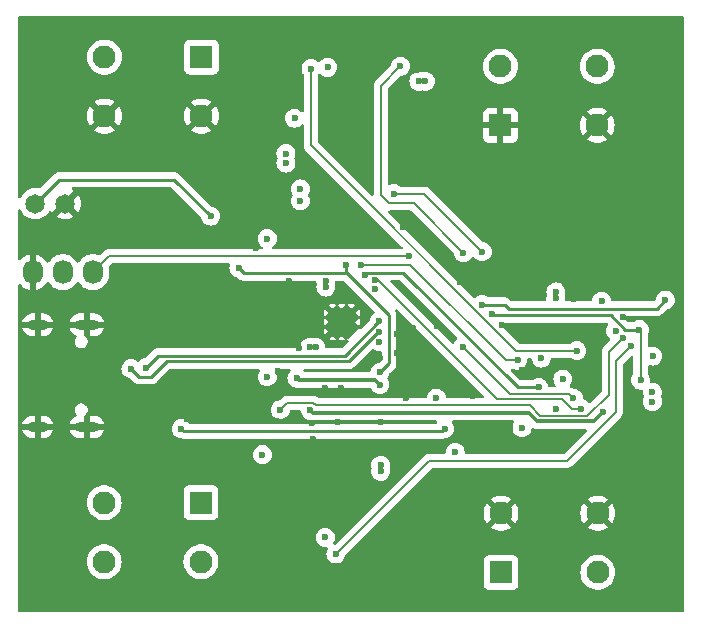
<source format=gbr>
%TF.GenerationSoftware,KiCad,Pcbnew,8.0.6*%
%TF.CreationDate,2024-11-11T10:33:33-08:00*%
%TF.ProjectId,BQ24257,42513234-3235-4372-9e6b-696361645f70,rev?*%
%TF.SameCoordinates,Original*%
%TF.FileFunction,Copper,L2,Inr*%
%TF.FilePolarity,Positive*%
%FSLAX46Y46*%
G04 Gerber Fmt 4.6, Leading zero omitted, Abs format (unit mm)*
G04 Created by KiCad (PCBNEW 8.0.6) date 2024-11-11 10:33:33*
%MOMM*%
%LPD*%
G01*
G04 APERTURE LIST*
%TA.AperFunction,ComponentPad*%
%ADD10O,2.000000X0.900000*%
%TD*%
%TA.AperFunction,ComponentPad*%
%ADD11O,1.700000X0.900000*%
%TD*%
%TA.AperFunction,ComponentPad*%
%ADD12C,1.651000*%
%TD*%
%TA.AperFunction,ComponentPad*%
%ADD13O,1.727200X2.032000*%
%TD*%
%TA.AperFunction,ComponentPad*%
%ADD14C,0.508000*%
%TD*%
%TA.AperFunction,ComponentPad*%
%ADD15R,1.950000X1.950000*%
%TD*%
%TA.AperFunction,ComponentPad*%
%ADD16C,1.950000*%
%TD*%
%TA.AperFunction,ViaPad*%
%ADD17C,0.600000*%
%TD*%
%TA.AperFunction,Conductor*%
%ADD18C,0.203200*%
%TD*%
%TA.AperFunction,Conductor*%
%ADD19C,0.304800*%
%TD*%
%TA.AperFunction,Conductor*%
%ADD20C,0.254000*%
%TD*%
%TA.AperFunction,Conductor*%
%ADD21C,0.152400*%
%TD*%
G04 APERTURE END LIST*
D10*
%TO.N,GND*%
%TO.C,USB-C1*%
X35520000Y-111890000D03*
D11*
X31350000Y-111890000D03*
D10*
X35520000Y-120530000D03*
D11*
X31350000Y-120530000D03*
%TD*%
D12*
%TO.N,GND*%
%TO.C,J4*%
X33680000Y-101640000D03*
%TO.N,TS*%
X31140000Y-101640000D03*
%TD*%
D13*
%TO.N,GND*%
%TO.C,J3*%
X30940000Y-107440000D03*
%TO.N,VSYS*%
X33480000Y-107440000D03*
%TO.N,UPDI*%
X36020000Y-107440000D03*
%TD*%
D14*
%TO.N,GND*%
%TO.C,U1*%
X57891400Y-112453800D03*
X57891400Y-111666400D03*
X57891400Y-110879000D03*
X57104000Y-112453800D03*
X57104000Y-111666400D03*
X57104000Y-110879000D03*
X56316600Y-112453800D03*
X56316600Y-111666400D03*
X56316600Y-110879000D03*
%TD*%
D15*
%TO.N,BAT*%
%TO.C,BATTERY1*%
X45210000Y-89230000D03*
D16*
X37010000Y-89230000D03*
%TO.N,GND*%
X45210000Y-94230000D03*
X37010000Y-94230000D03*
%TD*%
D15*
%TO.N,VBAT_OUT*%
%TO.C,BAT_OUT1*%
X70580000Y-132860000D03*
D16*
X78780000Y-132860000D03*
%TO.N,GND*%
X70580000Y-127860000D03*
X78780000Y-127860000D03*
%TD*%
D15*
%TO.N,GND*%
%TO.C,VOUT1*%
X70530000Y-95010000D03*
D16*
X78730000Y-95010000D03*
%TO.N,VOUT*%
X70530000Y-90010000D03*
X78730000Y-90010000D03*
%TD*%
D15*
%TO.N,SOLAR*%
%TO.C,SOLAR_CELL1*%
X45180000Y-126950000D03*
D16*
X36980000Y-126950000D03*
%TO.N,Net-(Q2-D)*%
X45180000Y-131950000D03*
X36980000Y-131950000D03*
%TD*%
D17*
%TO.N,GND*%
X33900000Y-120530000D03*
X57700000Y-128400000D03*
X33300000Y-119800000D03*
X53480000Y-113840000D03*
X65200000Y-112000000D03*
X58100000Y-89100000D03*
X55641600Y-117232400D03*
X51700000Y-115800000D03*
X60400000Y-120100000D03*
X74400000Y-126500000D03*
X63000000Y-114900000D03*
X33900000Y-104500000D03*
X67100000Y-108300000D03*
X72300000Y-105100000D03*
X80700000Y-102700000D03*
X52600000Y-108149400D03*
X33800000Y-111890000D03*
X49800000Y-105400000D03*
X61900000Y-102400000D03*
X49700000Y-116400000D03*
X35000000Y-124800000D03*
X62500000Y-118100000D03*
X31500000Y-88400000D03*
X62300000Y-103600000D03*
X76400000Y-126700000D03*
X59700000Y-90900000D03*
X57300000Y-124000000D03*
X53800000Y-112100000D03*
X64300000Y-114000000D03*
X33000000Y-111890000D03*
X63100000Y-112200000D03*
X72300000Y-103200000D03*
X81800000Y-104100000D03*
X54600000Y-120200000D03*
X80900000Y-111200000D03*
X72300000Y-102400000D03*
X60300000Y-114700000D03*
X59900000Y-108900000D03*
X33300000Y-120530000D03*
X46300000Y-112700000D03*
X72400000Y-115700000D03*
X57700000Y-135000000D03*
X54500000Y-98800000D03*
X72300000Y-104200000D03*
X46700000Y-117500000D03*
X48700000Y-102600000D03*
X52300000Y-109416400D03*
X53685000Y-127915000D03*
X51600000Y-120000000D03*
X44000000Y-119900000D03*
X72600000Y-95200000D03*
X37700000Y-120600000D03*
X56600000Y-94900000D03*
X40700000Y-101400000D03*
X67000000Y-116500000D03*
X54700000Y-121600000D03*
X62100000Y-122800000D03*
X76750000Y-109750000D03*
X73700000Y-95300000D03*
X57049000Y-117251400D03*
X61800000Y-112700000D03*
X31500000Y-96500000D03*
X60400000Y-104300000D03*
X58100000Y-105200000D03*
X44600000Y-103500000D03*
X68190000Y-117910000D03*
X63500000Y-90300000D03*
X62100000Y-108600000D03*
X62600000Y-134500000D03*
X75100000Y-121700000D03*
X70700000Y-111900000D03*
X37090000Y-119410000D03*
X75200000Y-95300000D03*
X56800000Y-120100000D03*
X61800000Y-114300000D03*
%TO.N,SOLAR_GATE*%
X81600000Y-113700000D03*
X56600000Y-131300000D03*
%TO.N,BAT_GATE*%
X80290468Y-112400000D03*
%TO.N,VSYS*%
X53100000Y-94400000D03*
X75225000Y-109650000D03*
X55700000Y-129900000D03*
X75230000Y-109120000D03*
X50800000Y-116300000D03*
X75200000Y-118985000D03*
X73980000Y-114720000D03*
X55900000Y-90100000D03*
X50800000Y-104600000D03*
X75812500Y-116487500D03*
X83426600Y-114555069D03*
X66700000Y-122700000D03*
X72365000Y-120600000D03*
X65100000Y-118100000D03*
%TO.N,BATTERY_SENSE_OUT*%
X76986863Y-114091962D03*
X54500000Y-90200000D03*
%TO.N,RX*%
X53600000Y-100400000D03*
X83400000Y-118400000D03*
%TO.N,ISET_CS*%
X59900000Y-108100000D03*
X77374598Y-118985000D03*
%TO.N,ILIM_CS*%
X79191142Y-119256298D03*
X54437600Y-119132400D03*
%TO.N,TX*%
X83400000Y-117600000D03*
X53600000Y-101400000D03*
%TO.N,SCL*%
X84500000Y-109800000D03*
X69000000Y-110200000D03*
%TO.N,UPDI*%
X62810501Y-106110501D03*
%TO.N,SDA*%
X82300000Y-112300000D03*
X82400000Y-116570000D03*
X69800000Y-111000000D03*
%TO.N,HSG1*%
X65800000Y-120700000D03*
X43500000Y-120700000D03*
%TO.N,U{slash}D*%
X80900000Y-113000000D03*
X51900000Y-119100000D03*
%TO.N,VIN*%
X50385000Y-122900000D03*
X53304800Y-116407398D03*
X54900000Y-113800000D03*
X60330000Y-116970000D03*
X54400000Y-113800000D03*
%TO.N,VBAT*%
X52375000Y-98200000D03*
X55743200Y-108149400D03*
X60400000Y-123800000D03*
X55750000Y-108700000D03*
X79100000Y-109900000D03*
X60400000Y-124300000D03*
X52375000Y-97400000D03*
%TO.N,STAT*%
X59100000Y-107700000D03*
X73775000Y-117200000D03*
%TO.N,PG*%
X58700000Y-106800000D03*
X72000000Y-114900000D03*
%TO.N,TS*%
X48400000Y-107100000D03*
X46000000Y-102700000D03*
X60320000Y-115930000D03*
X57480937Y-106800000D03*
%TO.N,CE*%
X76700000Y-118100000D03*
X67325000Y-113800000D03*
X60270000Y-113320003D03*
%TO.N,VBAT_OUT*%
X63625000Y-91275000D03*
X64175000Y-91275000D03*
%TO.N,D+*%
X39250000Y-115610000D03*
X60270000Y-112520000D03*
%TO.N,D-*%
X40520000Y-115520000D03*
X60290000Y-111590000D03*
%TO.N,BURST*%
X62070000Y-90000000D03*
X67400000Y-105800000D03*
%TO.N,RUN*%
X61500000Y-100790000D03*
X69000000Y-105700000D03*
%TD*%
D18*
%TO.N,SOLAR_GATE*%
X64500000Y-123400000D02*
X56600000Y-131300000D01*
X80300000Y-115000000D02*
X80300000Y-119300000D01*
X76200000Y-123400000D02*
X64500000Y-123400000D01*
X81600000Y-113700000D02*
X80300000Y-115000000D01*
X80300000Y-119300000D02*
X76200000Y-123400000D01*
%TO.N,BATTERY_SENSE_OUT*%
X76986863Y-114091962D02*
X71891962Y-114091962D01*
X54500000Y-96700000D02*
X54500000Y-90200000D01*
X71891962Y-114091962D02*
X54500000Y-96700000D01*
%TO.N,ISET_CS*%
X70250000Y-118180000D02*
X75780000Y-118180000D01*
X75780000Y-118180000D02*
X76585000Y-118985000D01*
X59900000Y-108100000D02*
X60170000Y-108100000D01*
X60170000Y-108100000D02*
X70250000Y-118180000D01*
X76585000Y-118985000D02*
X77374598Y-118985000D01*
D19*
%TO.N,ILIM_CS*%
X79191142Y-119308858D02*
X79191142Y-119256298D01*
X73654000Y-120054000D02*
X78446000Y-120054000D01*
X78446000Y-120054000D02*
X79191142Y-119308858D01*
X72937209Y-119337209D02*
X73654000Y-120054000D01*
X54437600Y-119132400D02*
X54642409Y-119337209D01*
X54642409Y-119337209D02*
X72937209Y-119337209D01*
D20*
%TO.N,SCL*%
X70900000Y-110200000D02*
X71227000Y-110527000D01*
X69000000Y-110200000D02*
X70900000Y-110200000D01*
X83773000Y-110527000D02*
X84500000Y-109800000D01*
X71227000Y-110527000D02*
X83773000Y-110527000D01*
D18*
%TO.N,UPDI*%
X62810501Y-106110501D02*
X62800000Y-106100000D01*
X37360000Y-106100000D02*
X36020000Y-107440000D01*
X62800000Y-106100000D02*
X37360000Y-106100000D01*
%TO.N,SDA*%
X82300000Y-112300000D02*
X82400000Y-112400000D01*
D20*
X69800000Y-111000000D02*
X69900000Y-111100000D01*
D18*
X82400000Y-112400000D02*
X82400000Y-116570000D01*
D20*
X79913288Y-111100000D02*
X81113288Y-112300000D01*
X69900000Y-111100000D02*
X79913288Y-111100000D01*
X81113288Y-112300000D02*
X82300000Y-112300000D01*
D19*
%TO.N,HSG1*%
X65800000Y-120700000D02*
X65900000Y-120800000D01*
D20*
X65600000Y-120900000D02*
X43700000Y-120900000D01*
X43700000Y-120900000D02*
X43500000Y-120700000D01*
X65800000Y-120700000D02*
X65600000Y-120900000D01*
D18*
%TO.N,U{slash}D*%
X73900000Y-119600000D02*
X77900000Y-119600000D01*
X51900000Y-119100000D02*
X52500000Y-118500000D01*
X54901600Y-118701600D02*
X73001600Y-118701600D01*
X79700000Y-114200000D02*
X80900000Y-113000000D01*
X77900000Y-119600000D02*
X79700000Y-117800000D01*
X52500000Y-118500000D02*
X54700000Y-118500000D01*
X73001600Y-118701600D02*
X73900000Y-119600000D01*
X54700000Y-118500000D02*
X54901600Y-118701600D01*
X79700000Y-117800000D02*
X79700000Y-114200000D01*
D19*
%TO.N,VIN*%
X59940000Y-116580000D02*
X60330000Y-116970000D01*
X53304800Y-116407398D02*
X53477402Y-116580000D01*
X53477402Y-116580000D02*
X59940000Y-116580000D01*
D20*
%TO.N,STAT*%
X59327000Y-107473000D02*
X59100000Y-107700000D01*
X73775000Y-117200000D02*
X71980000Y-117200000D01*
X71980000Y-117200000D02*
X62253000Y-107473000D01*
X62253000Y-107473000D02*
X59327000Y-107473000D01*
D18*
%TO.N,PG*%
X72000000Y-114900000D02*
X71000000Y-114900000D01*
X62900000Y-106800000D02*
X58700000Y-106800000D01*
X71000000Y-114900000D02*
X62900000Y-106800000D01*
D20*
%TO.N,TS*%
X46000000Y-102700000D02*
X42900000Y-99600000D01*
X57700000Y-107700000D02*
X57522400Y-107522400D01*
X61100000Y-115150000D02*
X60320000Y-115930000D01*
X57480937Y-106800000D02*
X57480937Y-107480937D01*
X42900000Y-99600000D02*
X33180000Y-99600000D01*
X61100000Y-111100000D02*
X61100000Y-115150000D01*
X57700000Y-107700000D02*
X61100000Y-111100000D01*
X57522400Y-107522400D02*
X48822400Y-107522400D01*
X57480937Y-107480937D02*
X57700000Y-107700000D01*
X48822400Y-107522400D02*
X48400000Y-107100000D01*
X33180000Y-99600000D02*
X31140000Y-101640000D01*
D21*
%TO.N,CE*%
X76700000Y-118100000D02*
X76376200Y-117776200D01*
X76376200Y-117776200D02*
X71301200Y-117776200D01*
X71301200Y-117776200D02*
X67325000Y-113800000D01*
D20*
%TO.N,D+*%
X42263356Y-115000000D02*
X40963356Y-116300000D01*
X60270000Y-112520000D02*
X60183291Y-112520000D01*
X57703291Y-115000000D02*
X42263356Y-115000000D01*
X60183291Y-112520000D02*
X57703291Y-115000000D01*
X39940000Y-116300000D02*
X39250000Y-115610000D01*
X40963356Y-116300000D02*
X39940000Y-116300000D01*
%TO.N,D-*%
X57380000Y-114500000D02*
X41540000Y-114500000D01*
X60290000Y-111590000D02*
X57380000Y-114500000D01*
X41540000Y-114500000D02*
X40520000Y-115520000D01*
D18*
%TO.N,BURST*%
X60400000Y-91670000D02*
X62070000Y-90000000D01*
X61100000Y-101600000D02*
X60400000Y-100900000D01*
X60400000Y-100900000D02*
X60400000Y-91670000D01*
X63200000Y-101600000D02*
X61100000Y-101600000D01*
X67400000Y-105800000D02*
X63200000Y-101600000D01*
%TO.N,RUN*%
X64090000Y-100790000D02*
X61500000Y-100790000D01*
X69000000Y-105700000D02*
X64090000Y-100790000D01*
%TD*%
%TA.AperFunction,Conductor*%
%TO.N,GND*%
G36*
X86012539Y-85770185D02*
G01*
X86058294Y-85822989D01*
X86069500Y-85874500D01*
X86069500Y-136075500D01*
X86049815Y-136142539D01*
X85997011Y-136188294D01*
X85945500Y-136199500D01*
X29804500Y-136199500D01*
X29737461Y-136179815D01*
X29691706Y-136127011D01*
X29680500Y-136075500D01*
X29680500Y-131949994D01*
X35499443Y-131949994D01*
X35499443Y-131950005D01*
X35519634Y-132193683D01*
X35519636Y-132193695D01*
X35579663Y-132430734D01*
X35677888Y-132654666D01*
X35811632Y-132859378D01*
X35977242Y-133039277D01*
X35977246Y-133039281D01*
X36170212Y-133189473D01*
X36385267Y-133305855D01*
X36385270Y-133305856D01*
X36616541Y-133385251D01*
X36616543Y-133385251D01*
X36616545Y-133385252D01*
X36857737Y-133425500D01*
X36857738Y-133425500D01*
X37102262Y-133425500D01*
X37102263Y-133425500D01*
X37343455Y-133385252D01*
X37574733Y-133305855D01*
X37789788Y-133189473D01*
X37982754Y-133039281D01*
X38148368Y-132859377D01*
X38282111Y-132654667D01*
X38380336Y-132430736D01*
X38440364Y-132193692D01*
X38443543Y-132155333D01*
X38460557Y-131950005D01*
X38460557Y-131949994D01*
X43699443Y-131949994D01*
X43699443Y-131950005D01*
X43719634Y-132193683D01*
X43719636Y-132193695D01*
X43779663Y-132430734D01*
X43877888Y-132654666D01*
X44011632Y-132859378D01*
X44177242Y-133039277D01*
X44177246Y-133039281D01*
X44370212Y-133189473D01*
X44585267Y-133305855D01*
X44585270Y-133305856D01*
X44816541Y-133385251D01*
X44816543Y-133385251D01*
X44816545Y-133385252D01*
X45057737Y-133425500D01*
X45057738Y-133425500D01*
X45302262Y-133425500D01*
X45302263Y-133425500D01*
X45543455Y-133385252D01*
X45774733Y-133305855D01*
X45989788Y-133189473D01*
X46182754Y-133039281D01*
X46348368Y-132859377D01*
X46482111Y-132654667D01*
X46580336Y-132430736D01*
X46640364Y-132193692D01*
X46643543Y-132155333D01*
X46660557Y-131950005D01*
X46660557Y-131949994D01*
X46640365Y-131706316D01*
X46640363Y-131706304D01*
X46589169Y-131504145D01*
X46580336Y-131469264D01*
X46482111Y-131245333D01*
X46348368Y-131040623D01*
X46348367Y-131040621D01*
X46182757Y-130860722D01*
X46182747Y-130860713D01*
X45989791Y-130710529D01*
X45989787Y-130710526D01*
X45774734Y-130594145D01*
X45774729Y-130594143D01*
X45543458Y-130514748D01*
X45362561Y-130484562D01*
X45302263Y-130474500D01*
X45057737Y-130474500D01*
X45009498Y-130482549D01*
X44816541Y-130514748D01*
X44585270Y-130594143D01*
X44585265Y-130594145D01*
X44370212Y-130710526D01*
X44370208Y-130710529D01*
X44177252Y-130860713D01*
X44177242Y-130860722D01*
X44011632Y-131040621D01*
X43877888Y-131245333D01*
X43779663Y-131469265D01*
X43719636Y-131706304D01*
X43719634Y-131706316D01*
X43699443Y-131949994D01*
X38460557Y-131949994D01*
X38440365Y-131706316D01*
X38440363Y-131706304D01*
X38389169Y-131504145D01*
X38380336Y-131469264D01*
X38282111Y-131245333D01*
X38148368Y-131040623D01*
X38148367Y-131040621D01*
X37982757Y-130860722D01*
X37982747Y-130860713D01*
X37789791Y-130710529D01*
X37789787Y-130710526D01*
X37574734Y-130594145D01*
X37574729Y-130594143D01*
X37343458Y-130514748D01*
X37162561Y-130484562D01*
X37102263Y-130474500D01*
X36857737Y-130474500D01*
X36809498Y-130482549D01*
X36616541Y-130514748D01*
X36385270Y-130594143D01*
X36385265Y-130594145D01*
X36170212Y-130710526D01*
X36170208Y-130710529D01*
X35977252Y-130860713D01*
X35977242Y-130860722D01*
X35811632Y-131040621D01*
X35677888Y-131245333D01*
X35579663Y-131469265D01*
X35519636Y-131706304D01*
X35519634Y-131706316D01*
X35499443Y-131949994D01*
X29680500Y-131949994D01*
X29680500Y-126949994D01*
X35499443Y-126949994D01*
X35499443Y-126950005D01*
X35519634Y-127193683D01*
X35519636Y-127193695D01*
X35579663Y-127430734D01*
X35677888Y-127654666D01*
X35811632Y-127859378D01*
X35977242Y-128039277D01*
X35977252Y-128039286D01*
X36170208Y-128189470D01*
X36170212Y-128189473D01*
X36342197Y-128282547D01*
X36385267Y-128305855D01*
X36385270Y-128305856D01*
X36616541Y-128385251D01*
X36616543Y-128385251D01*
X36616545Y-128385252D01*
X36857737Y-128425500D01*
X36857738Y-128425500D01*
X37102262Y-128425500D01*
X37102263Y-128425500D01*
X37343455Y-128385252D01*
X37574733Y-128305855D01*
X37789788Y-128189473D01*
X37982754Y-128039281D01*
X38148368Y-127859377D01*
X38282111Y-127654667D01*
X38380336Y-127430736D01*
X38440364Y-127193692D01*
X38440365Y-127193683D01*
X38460557Y-126950005D01*
X38460557Y-126949994D01*
X38440365Y-126706316D01*
X38440363Y-126706304D01*
X38427169Y-126654202D01*
X38380336Y-126469264D01*
X38282111Y-126245333D01*
X38148368Y-126040623D01*
X38148367Y-126040621D01*
X38043895Y-125927135D01*
X43704500Y-125927135D01*
X43704500Y-127972870D01*
X43704501Y-127972876D01*
X43710908Y-128032483D01*
X43761202Y-128167328D01*
X43761206Y-128167335D01*
X43847452Y-128282544D01*
X43847455Y-128282547D01*
X43962664Y-128368793D01*
X43962671Y-128368797D01*
X44097517Y-128419091D01*
X44097516Y-128419091D01*
X44104444Y-128419835D01*
X44157127Y-128425500D01*
X46202872Y-128425499D01*
X46262483Y-128419091D01*
X46397331Y-128368796D01*
X46512546Y-128282546D01*
X46598796Y-128167331D01*
X46649091Y-128032483D01*
X46655500Y-127972873D01*
X46655499Y-125927128D01*
X46649091Y-125867517D01*
X46646553Y-125860713D01*
X46598797Y-125732671D01*
X46598793Y-125732664D01*
X46512547Y-125617455D01*
X46512544Y-125617452D01*
X46397335Y-125531206D01*
X46397328Y-125531202D01*
X46262482Y-125480908D01*
X46262483Y-125480908D01*
X46202883Y-125474501D01*
X46202881Y-125474500D01*
X46202873Y-125474500D01*
X46202864Y-125474500D01*
X44157129Y-125474500D01*
X44157123Y-125474501D01*
X44097516Y-125480908D01*
X43962671Y-125531202D01*
X43962664Y-125531206D01*
X43847455Y-125617452D01*
X43847452Y-125617455D01*
X43761206Y-125732664D01*
X43761202Y-125732671D01*
X43710908Y-125867517D01*
X43704501Y-125927116D01*
X43704501Y-125927123D01*
X43704500Y-125927135D01*
X38043895Y-125927135D01*
X37982757Y-125860722D01*
X37982747Y-125860713D01*
X37789791Y-125710529D01*
X37789787Y-125710526D01*
X37574734Y-125594145D01*
X37574729Y-125594143D01*
X37343458Y-125514748D01*
X37140664Y-125480908D01*
X37102263Y-125474500D01*
X36857737Y-125474500D01*
X36819336Y-125480908D01*
X36616541Y-125514748D01*
X36385270Y-125594143D01*
X36385265Y-125594145D01*
X36170212Y-125710526D01*
X36170208Y-125710529D01*
X35977252Y-125860713D01*
X35977242Y-125860722D01*
X35811632Y-126040621D01*
X35677888Y-126245333D01*
X35579663Y-126469265D01*
X35519636Y-126706304D01*
X35519634Y-126706316D01*
X35499443Y-126949994D01*
X29680500Y-126949994D01*
X29680500Y-123799996D01*
X59594435Y-123799996D01*
X59594435Y-123800003D01*
X59614631Y-123979253D01*
X59625056Y-124009049D01*
X59628615Y-124078828D01*
X59625056Y-124090951D01*
X59614631Y-124120746D01*
X59594435Y-124299996D01*
X59594435Y-124300003D01*
X59614630Y-124479249D01*
X59614631Y-124479254D01*
X59674211Y-124649523D01*
X59770184Y-124802262D01*
X59897738Y-124929816D01*
X60050478Y-125025789D01*
X60220745Y-125085368D01*
X60220750Y-125085369D01*
X60399996Y-125105565D01*
X60400000Y-125105565D01*
X60400004Y-125105565D01*
X60579249Y-125085369D01*
X60579252Y-125085368D01*
X60579255Y-125085368D01*
X60749522Y-125025789D01*
X60902262Y-124929816D01*
X61029816Y-124802262D01*
X61125789Y-124649522D01*
X61185368Y-124479255D01*
X61205565Y-124300000D01*
X61205565Y-124299996D01*
X61185369Y-124120749D01*
X61185368Y-124120745D01*
X61174943Y-124090954D01*
X61171380Y-124021179D01*
X61174938Y-124009059D01*
X61185368Y-123979255D01*
X61187418Y-123961067D01*
X61205565Y-123800003D01*
X61205565Y-123799996D01*
X61185369Y-123620750D01*
X61185368Y-123620745D01*
X61125789Y-123450478D01*
X61029816Y-123297738D01*
X60902262Y-123170184D01*
X60749523Y-123074211D01*
X60579254Y-123014631D01*
X60579249Y-123014630D01*
X60400004Y-122994435D01*
X60399996Y-122994435D01*
X60220750Y-123014630D01*
X60220745Y-123014631D01*
X60050476Y-123074211D01*
X59897737Y-123170184D01*
X59770184Y-123297737D01*
X59674211Y-123450476D01*
X59614631Y-123620745D01*
X59614630Y-123620750D01*
X59594435Y-123799996D01*
X29680500Y-123799996D01*
X29680500Y-122899996D01*
X49579435Y-122899996D01*
X49579435Y-122900000D01*
X49599630Y-123079249D01*
X49599631Y-123079254D01*
X49659211Y-123249523D01*
X49689507Y-123297738D01*
X49755184Y-123402262D01*
X49882738Y-123529816D01*
X49973080Y-123586582D01*
X50027450Y-123620745D01*
X50035478Y-123625789D01*
X50205745Y-123685368D01*
X50205750Y-123685369D01*
X50384996Y-123705565D01*
X50385000Y-123705565D01*
X50385004Y-123705565D01*
X50564249Y-123685369D01*
X50564252Y-123685368D01*
X50564255Y-123685368D01*
X50734522Y-123625789D01*
X50887262Y-123529816D01*
X51014816Y-123402262D01*
X51110789Y-123249522D01*
X51170368Y-123079255D01*
X51170937Y-123074211D01*
X51190565Y-122900000D01*
X51190565Y-122899996D01*
X51170369Y-122720750D01*
X51170368Y-122720745D01*
X51110788Y-122550476D01*
X51014815Y-122397737D01*
X50887262Y-122270184D01*
X50734523Y-122174211D01*
X50564254Y-122114631D01*
X50564249Y-122114630D01*
X50385004Y-122094435D01*
X50384996Y-122094435D01*
X50205750Y-122114630D01*
X50205745Y-122114631D01*
X50035476Y-122174211D01*
X49882737Y-122270184D01*
X49755184Y-122397737D01*
X49659211Y-122550476D01*
X49599631Y-122720745D01*
X49599630Y-122720750D01*
X49579435Y-122899996D01*
X29680500Y-122899996D01*
X29680500Y-120279999D01*
X30031115Y-120279999D01*
X30031116Y-120280000D01*
X30783012Y-120280000D01*
X30765795Y-120289940D01*
X30709940Y-120345795D01*
X30670444Y-120414204D01*
X30650000Y-120490504D01*
X30650000Y-120569496D01*
X30670444Y-120645796D01*
X30709940Y-120714205D01*
X30765795Y-120770060D01*
X30783012Y-120780000D01*
X30031116Y-120780000D01*
X30036506Y-120807100D01*
X30036507Y-120807103D01*
X30108119Y-120979991D01*
X30108124Y-120980000D01*
X30212086Y-121135589D01*
X30212089Y-121135593D01*
X30344406Y-121267910D01*
X30344410Y-121267913D01*
X30499999Y-121371875D01*
X30500008Y-121371880D01*
X30672894Y-121443491D01*
X30672902Y-121443493D01*
X30856428Y-121479999D01*
X30856431Y-121480000D01*
X31100000Y-121480000D01*
X31100000Y-120830000D01*
X31600000Y-120830000D01*
X31600000Y-121480000D01*
X31843569Y-121480000D01*
X31843571Y-121479999D01*
X32027097Y-121443493D01*
X32027105Y-121443491D01*
X32199991Y-121371880D01*
X32200000Y-121371875D01*
X32355589Y-121267913D01*
X32355593Y-121267910D01*
X32487910Y-121135593D01*
X32487913Y-121135589D01*
X32591875Y-120980000D01*
X32591880Y-120979991D01*
X32663492Y-120807103D01*
X32663493Y-120807100D01*
X32668884Y-120780000D01*
X31916988Y-120780000D01*
X31934205Y-120770060D01*
X31990060Y-120714205D01*
X32029556Y-120645796D01*
X32050000Y-120569496D01*
X32050000Y-120490504D01*
X32029556Y-120414204D01*
X31990060Y-120345795D01*
X31934205Y-120289940D01*
X31916988Y-120280000D01*
X32668884Y-120280000D01*
X32668884Y-120279999D01*
X34051115Y-120279999D01*
X34051116Y-120280000D01*
X34803012Y-120280000D01*
X34785795Y-120289940D01*
X34729940Y-120345795D01*
X34690444Y-120414204D01*
X34670000Y-120490504D01*
X34670000Y-120569496D01*
X34690444Y-120645796D01*
X34729940Y-120714205D01*
X34785795Y-120770060D01*
X34803012Y-120780000D01*
X34051116Y-120780000D01*
X34056506Y-120807100D01*
X34056507Y-120807103D01*
X34128119Y-120979991D01*
X34128124Y-120980000D01*
X34232086Y-121135589D01*
X34232089Y-121135593D01*
X34364406Y-121267910D01*
X34364410Y-121267913D01*
X34519999Y-121371875D01*
X34520008Y-121371880D01*
X34692894Y-121443491D01*
X34692902Y-121443493D01*
X34876428Y-121479999D01*
X34876431Y-121480000D01*
X35270000Y-121480000D01*
X35270000Y-120830000D01*
X35770000Y-120830000D01*
X35770000Y-121480000D01*
X36163569Y-121480000D01*
X36163571Y-121479999D01*
X36347097Y-121443493D01*
X36347105Y-121443491D01*
X36519991Y-121371880D01*
X36520000Y-121371875D01*
X36675589Y-121267913D01*
X36675593Y-121267910D01*
X36807910Y-121135593D01*
X36807913Y-121135589D01*
X36911875Y-120980000D01*
X36911880Y-120979991D01*
X36983492Y-120807103D01*
X36983493Y-120807100D01*
X36988884Y-120780000D01*
X36236988Y-120780000D01*
X36254205Y-120770060D01*
X36310060Y-120714205D01*
X36349556Y-120645796D01*
X36370000Y-120569496D01*
X36370000Y-120490504D01*
X36349556Y-120414204D01*
X36310060Y-120345795D01*
X36254205Y-120289940D01*
X36236988Y-120280000D01*
X36988884Y-120280000D01*
X36988884Y-120279999D01*
X36983493Y-120252899D01*
X36983492Y-120252896D01*
X36911880Y-120080008D01*
X36911875Y-120079999D01*
X36807913Y-119924410D01*
X36807910Y-119924406D01*
X36675593Y-119792089D01*
X36675589Y-119792086D01*
X36520000Y-119688124D01*
X36519991Y-119688119D01*
X36347105Y-119616508D01*
X36347097Y-119616506D01*
X36163570Y-119580000D01*
X35770000Y-119580000D01*
X35770000Y-120230000D01*
X35270000Y-120230000D01*
X35270000Y-119674462D01*
X35289685Y-119607423D01*
X35332000Y-119567075D01*
X35378015Y-119540509D01*
X35480509Y-119438015D01*
X35552984Y-119312485D01*
X35590500Y-119172475D01*
X35590500Y-119027525D01*
X35552984Y-118887515D01*
X35492122Y-118782100D01*
X35480511Y-118761988D01*
X35480506Y-118761982D01*
X35378017Y-118659493D01*
X35378011Y-118659488D01*
X35252488Y-118587017D01*
X35252489Y-118587017D01*
X35233116Y-118581826D01*
X35112475Y-118549500D01*
X34967525Y-118549500D01*
X34846884Y-118581826D01*
X34827511Y-118587017D01*
X34701988Y-118659488D01*
X34701982Y-118659493D01*
X34599493Y-118761982D01*
X34599488Y-118761988D01*
X34527017Y-118887511D01*
X34522583Y-118904055D01*
X34489500Y-119027525D01*
X34489500Y-119172475D01*
X34526794Y-119311655D01*
X34527017Y-119312488D01*
X34599488Y-119438011D01*
X34599493Y-119438017D01*
X34621837Y-119460361D01*
X34655322Y-119521684D01*
X34650338Y-119591376D01*
X34608466Y-119647309D01*
X34581610Y-119662602D01*
X34520014Y-119688116D01*
X34519999Y-119688124D01*
X34364410Y-119792086D01*
X34364406Y-119792089D01*
X34232089Y-119924406D01*
X34232086Y-119924410D01*
X34128124Y-120079999D01*
X34128119Y-120080008D01*
X34056507Y-120252896D01*
X34056506Y-120252899D01*
X34051115Y-120279999D01*
X32668884Y-120279999D01*
X32663493Y-120252899D01*
X32663492Y-120252896D01*
X32591880Y-120080008D01*
X32591875Y-120079999D01*
X32487913Y-119924410D01*
X32487910Y-119924406D01*
X32355593Y-119792089D01*
X32355589Y-119792086D01*
X32200000Y-119688124D01*
X32199991Y-119688119D01*
X32027105Y-119616508D01*
X32027097Y-119616506D01*
X31843570Y-119580000D01*
X31600000Y-119580000D01*
X31600000Y-120230000D01*
X31100000Y-120230000D01*
X31100000Y-119580000D01*
X30856430Y-119580000D01*
X30672902Y-119616506D01*
X30672894Y-119616508D01*
X30500008Y-119688119D01*
X30499999Y-119688124D01*
X30344410Y-119792086D01*
X30344406Y-119792089D01*
X30212089Y-119924406D01*
X30212086Y-119924410D01*
X30108124Y-120079999D01*
X30108119Y-120080008D01*
X30036507Y-120252896D01*
X30036506Y-120252899D01*
X30031115Y-120279999D01*
X29680500Y-120279999D01*
X29680500Y-111639999D01*
X30031115Y-111639999D01*
X30031116Y-111640000D01*
X30783012Y-111640000D01*
X30765795Y-111649940D01*
X30709940Y-111705795D01*
X30670444Y-111774204D01*
X30650000Y-111850504D01*
X30650000Y-111929496D01*
X30670444Y-112005796D01*
X30709940Y-112074205D01*
X30765795Y-112130060D01*
X30783012Y-112140000D01*
X30031116Y-112140000D01*
X30036506Y-112167100D01*
X30036507Y-112167103D01*
X30108119Y-112339991D01*
X30108124Y-112340000D01*
X30212086Y-112495589D01*
X30212089Y-112495593D01*
X30344406Y-112627910D01*
X30344410Y-112627913D01*
X30499999Y-112731875D01*
X30500008Y-112731880D01*
X30672894Y-112803491D01*
X30672902Y-112803493D01*
X30856428Y-112839999D01*
X30856431Y-112840000D01*
X31100000Y-112840000D01*
X31100000Y-112190000D01*
X31600000Y-112190000D01*
X31600000Y-112840000D01*
X31843569Y-112840000D01*
X31843571Y-112839999D01*
X32027097Y-112803493D01*
X32027105Y-112803491D01*
X32199991Y-112731880D01*
X32200000Y-112731875D01*
X32355589Y-112627913D01*
X32355593Y-112627910D01*
X32487910Y-112495593D01*
X32487913Y-112495589D01*
X32591875Y-112340000D01*
X32591880Y-112339991D01*
X32663492Y-112167103D01*
X32663493Y-112167100D01*
X32668884Y-112140000D01*
X31916988Y-112140000D01*
X31934205Y-112130060D01*
X31990060Y-112074205D01*
X32029556Y-112005796D01*
X32050000Y-111929496D01*
X32050000Y-111850504D01*
X32029556Y-111774204D01*
X31990060Y-111705795D01*
X31934205Y-111649940D01*
X31916988Y-111640000D01*
X32668884Y-111640000D01*
X32668884Y-111639999D01*
X34051115Y-111639999D01*
X34051116Y-111640000D01*
X34803012Y-111640000D01*
X34785795Y-111649940D01*
X34729940Y-111705795D01*
X34690444Y-111774204D01*
X34670000Y-111850504D01*
X34670000Y-111929496D01*
X34690444Y-112005796D01*
X34729940Y-112074205D01*
X34785795Y-112130060D01*
X34803012Y-112140000D01*
X34051116Y-112140000D01*
X34056506Y-112167100D01*
X34056507Y-112167103D01*
X34128119Y-112339991D01*
X34128124Y-112340000D01*
X34232086Y-112495589D01*
X34232089Y-112495593D01*
X34364406Y-112627910D01*
X34364410Y-112627913D01*
X34519999Y-112731875D01*
X34520008Y-112731880D01*
X34581609Y-112757396D01*
X34636012Y-112801237D01*
X34658077Y-112867531D01*
X34640798Y-112935230D01*
X34621839Y-112959637D01*
X34599488Y-112981988D01*
X34527017Y-113107511D01*
X34527016Y-113107515D01*
X34489500Y-113247525D01*
X34489500Y-113392475D01*
X34522751Y-113516568D01*
X34527017Y-113532488D01*
X34599488Y-113658011D01*
X34599490Y-113658013D01*
X34599491Y-113658015D01*
X34701985Y-113760509D01*
X34701986Y-113760510D01*
X34701988Y-113760511D01*
X34827511Y-113832982D01*
X34827512Y-113832982D01*
X34827515Y-113832984D01*
X34967525Y-113870500D01*
X34967528Y-113870500D01*
X35112472Y-113870500D01*
X35112475Y-113870500D01*
X35252485Y-113832984D01*
X35378015Y-113760509D01*
X35480509Y-113658015D01*
X35552984Y-113532485D01*
X35590500Y-113392475D01*
X35590500Y-113247525D01*
X35552984Y-113107515D01*
X35508124Y-113029816D01*
X35480511Y-112981988D01*
X35480506Y-112981982D01*
X35378017Y-112879493D01*
X35378015Y-112879491D01*
X35332000Y-112852924D01*
X35283784Y-112802357D01*
X35270000Y-112745537D01*
X35270000Y-112190000D01*
X35770000Y-112190000D01*
X35770000Y-112840000D01*
X36163569Y-112840000D01*
X36163571Y-112839999D01*
X36347097Y-112803493D01*
X36347105Y-112803491D01*
X36519991Y-112731880D01*
X36520000Y-112731875D01*
X36675589Y-112627913D01*
X36675593Y-112627910D01*
X36807910Y-112495593D01*
X36807913Y-112495589D01*
X36835838Y-112453796D01*
X55557829Y-112453796D01*
X55557829Y-112453803D01*
X55576851Y-112622636D01*
X55632971Y-112783019D01*
X55633300Y-112783544D01*
X55963046Y-112453800D01*
X55937784Y-112428538D01*
X56189600Y-112428538D01*
X56189600Y-112479062D01*
X56208935Y-112525740D01*
X56244660Y-112561465D01*
X56291338Y-112580800D01*
X56341862Y-112580800D01*
X56388540Y-112561465D01*
X56424265Y-112525740D01*
X56443600Y-112479062D01*
X56443600Y-112453799D01*
X56670153Y-112453799D01*
X56710300Y-112493946D01*
X56750446Y-112453801D01*
X56750446Y-112453800D01*
X56725185Y-112428538D01*
X56977000Y-112428538D01*
X56977000Y-112479062D01*
X56996335Y-112525740D01*
X57032060Y-112561465D01*
X57078738Y-112580800D01*
X57129262Y-112580800D01*
X57175940Y-112561465D01*
X57211665Y-112525740D01*
X57231000Y-112479062D01*
X57231000Y-112453799D01*
X57457553Y-112453799D01*
X57497700Y-112493946D01*
X57537846Y-112453801D01*
X57537846Y-112453800D01*
X57512585Y-112428538D01*
X57764400Y-112428538D01*
X57764400Y-112479062D01*
X57783735Y-112525740D01*
X57819460Y-112561465D01*
X57866138Y-112580800D01*
X57916662Y-112580800D01*
X57963340Y-112561465D01*
X57999065Y-112525740D01*
X58018400Y-112479062D01*
X58018400Y-112428538D01*
X57999065Y-112381860D01*
X57963340Y-112346135D01*
X57916662Y-112326800D01*
X57866138Y-112326800D01*
X57819460Y-112346135D01*
X57783735Y-112381860D01*
X57764400Y-112428538D01*
X57512585Y-112428538D01*
X57497700Y-112413653D01*
X57457553Y-112453799D01*
X57231000Y-112453799D01*
X57231000Y-112428538D01*
X57211665Y-112381860D01*
X57175940Y-112346135D01*
X57129262Y-112326800D01*
X57078738Y-112326800D01*
X57032060Y-112346135D01*
X56996335Y-112381860D01*
X56977000Y-112428538D01*
X56725185Y-112428538D01*
X56710300Y-112413653D01*
X56670153Y-112453799D01*
X56443600Y-112453799D01*
X56443600Y-112428538D01*
X56424265Y-112381860D01*
X56388540Y-112346135D01*
X56341862Y-112326800D01*
X56291338Y-112326800D01*
X56244660Y-112346135D01*
X56208935Y-112381860D01*
X56189600Y-112428538D01*
X55937784Y-112428538D01*
X55657026Y-112147780D01*
X55636662Y-112110486D01*
X55634557Y-112117668D01*
X55635968Y-112118346D01*
X55632974Y-112124574D01*
X55576851Y-112284965D01*
X55557829Y-112453796D01*
X36835838Y-112453796D01*
X36911875Y-112340000D01*
X36911880Y-112339991D01*
X36983492Y-112167103D01*
X36983493Y-112167100D01*
X36988884Y-112140000D01*
X36236988Y-112140000D01*
X36254205Y-112130060D01*
X36310060Y-112074205D01*
X36318204Y-112060099D01*
X56276453Y-112060099D01*
X56316600Y-112100246D01*
X56356746Y-112060101D01*
X56356746Y-112060100D01*
X56356745Y-112060099D01*
X57063853Y-112060099D01*
X57104000Y-112100246D01*
X57144146Y-112060101D01*
X57144146Y-112060100D01*
X57144145Y-112060099D01*
X57851253Y-112060099D01*
X57891400Y-112100246D01*
X57931546Y-112060101D01*
X57931546Y-112060100D01*
X57891400Y-112019953D01*
X57851253Y-112060099D01*
X57144145Y-112060099D01*
X57104000Y-112019953D01*
X57063853Y-112060099D01*
X56356745Y-112060099D01*
X56316600Y-112019953D01*
X56276453Y-112060099D01*
X36318204Y-112060099D01*
X36349556Y-112005796D01*
X36370000Y-111929496D01*
X36370000Y-111850504D01*
X36349556Y-111774204D01*
X36310060Y-111705795D01*
X36270661Y-111666396D01*
X55557829Y-111666396D01*
X55557829Y-111666403D01*
X55576851Y-111835236D01*
X55632972Y-111995621D01*
X55635981Y-112001875D01*
X55634450Y-112002611D01*
X55635417Y-112006040D01*
X55657026Y-111972417D01*
X55963045Y-111666399D01*
X55937784Y-111641138D01*
X56189600Y-111641138D01*
X56189600Y-111691662D01*
X56208935Y-111738340D01*
X56244660Y-111774065D01*
X56291338Y-111793400D01*
X56341862Y-111793400D01*
X56388540Y-111774065D01*
X56424265Y-111738340D01*
X56443600Y-111691662D01*
X56443600Y-111666399D01*
X56670153Y-111666399D01*
X56710300Y-111706546D01*
X56750446Y-111666401D01*
X56750446Y-111666400D01*
X56725185Y-111641138D01*
X56977000Y-111641138D01*
X56977000Y-111691662D01*
X56996335Y-111738340D01*
X57032060Y-111774065D01*
X57078738Y-111793400D01*
X57129262Y-111793400D01*
X57175940Y-111774065D01*
X57211665Y-111738340D01*
X57231000Y-111691662D01*
X57231000Y-111666399D01*
X57457553Y-111666399D01*
X57497700Y-111706546D01*
X57537846Y-111666401D01*
X57537846Y-111666400D01*
X57512585Y-111641138D01*
X57764400Y-111641138D01*
X57764400Y-111691662D01*
X57783735Y-111738340D01*
X57819460Y-111774065D01*
X57866138Y-111793400D01*
X57916662Y-111793400D01*
X57963340Y-111774065D01*
X57999065Y-111738340D01*
X58018400Y-111691662D01*
X58018400Y-111666399D01*
X58244953Y-111666399D01*
X58244953Y-111666400D01*
X58550972Y-111972418D01*
X58571383Y-112009797D01*
X58573492Y-112002625D01*
X58571998Y-112001905D01*
X58575029Y-111995615D01*
X58631148Y-111835236D01*
X58650171Y-111666403D01*
X58650171Y-111666396D01*
X58631148Y-111497565D01*
X58575025Y-111337174D01*
X58572009Y-111330909D01*
X58573557Y-111330163D01*
X58572590Y-111326741D01*
X58550972Y-111360380D01*
X58244953Y-111666399D01*
X58018400Y-111666399D01*
X58018400Y-111641138D01*
X57999065Y-111594460D01*
X57963340Y-111558735D01*
X57916662Y-111539400D01*
X57866138Y-111539400D01*
X57819460Y-111558735D01*
X57783735Y-111594460D01*
X57764400Y-111641138D01*
X57512585Y-111641138D01*
X57497700Y-111626253D01*
X57457553Y-111666399D01*
X57231000Y-111666399D01*
X57231000Y-111641138D01*
X57211665Y-111594460D01*
X57175940Y-111558735D01*
X57129262Y-111539400D01*
X57078738Y-111539400D01*
X57032060Y-111558735D01*
X56996335Y-111594460D01*
X56977000Y-111641138D01*
X56725185Y-111641138D01*
X56710300Y-111626253D01*
X56670153Y-111666399D01*
X56443600Y-111666399D01*
X56443600Y-111641138D01*
X56424265Y-111594460D01*
X56388540Y-111558735D01*
X56341862Y-111539400D01*
X56291338Y-111539400D01*
X56244660Y-111558735D01*
X56208935Y-111594460D01*
X56189600Y-111641138D01*
X55937784Y-111641138D01*
X55657026Y-111360380D01*
X55636662Y-111323086D01*
X55634557Y-111330268D01*
X55635968Y-111330946D01*
X55632974Y-111337174D01*
X55576851Y-111497565D01*
X55557829Y-111666396D01*
X36270661Y-111666396D01*
X36254205Y-111649940D01*
X36236988Y-111640000D01*
X36988884Y-111640000D01*
X36988884Y-111639999D01*
X36983493Y-111612899D01*
X36983492Y-111612896D01*
X36911880Y-111440008D01*
X36911875Y-111439999D01*
X36807913Y-111284410D01*
X36807910Y-111284406D01*
X36796203Y-111272699D01*
X56276453Y-111272699D01*
X56316600Y-111312846D01*
X56356746Y-111272701D01*
X56356746Y-111272700D01*
X56356745Y-111272699D01*
X57063853Y-111272699D01*
X57104000Y-111312846D01*
X57144146Y-111272701D01*
X57144146Y-111272700D01*
X57144145Y-111272699D01*
X57851253Y-111272699D01*
X57891400Y-111312846D01*
X57931546Y-111272701D01*
X57931546Y-111272700D01*
X57891400Y-111232553D01*
X57851253Y-111272699D01*
X57144145Y-111272699D01*
X57104000Y-111232553D01*
X57063853Y-111272699D01*
X56356745Y-111272699D01*
X56316600Y-111232553D01*
X56276453Y-111272699D01*
X36796203Y-111272699D01*
X36675593Y-111152089D01*
X36675589Y-111152086D01*
X36520000Y-111048124D01*
X36519991Y-111048119D01*
X36347105Y-110976508D01*
X36347097Y-110976506D01*
X36163570Y-110940000D01*
X35770000Y-110940000D01*
X35770000Y-111590000D01*
X35270000Y-111590000D01*
X35270000Y-110940000D01*
X34876430Y-110940000D01*
X34692902Y-110976506D01*
X34692894Y-110976508D01*
X34520008Y-111048119D01*
X34519999Y-111048124D01*
X34364410Y-111152086D01*
X34364406Y-111152089D01*
X34232089Y-111284406D01*
X34232086Y-111284410D01*
X34128124Y-111439999D01*
X34128119Y-111440008D01*
X34056507Y-111612896D01*
X34056506Y-111612899D01*
X34051115Y-111639999D01*
X32668884Y-111639999D01*
X32663493Y-111612899D01*
X32663492Y-111612896D01*
X32591880Y-111440008D01*
X32591875Y-111439999D01*
X32487913Y-111284410D01*
X32487910Y-111284406D01*
X32355593Y-111152089D01*
X32355589Y-111152086D01*
X32200000Y-111048124D01*
X32199991Y-111048119D01*
X32027105Y-110976508D01*
X32027097Y-110976506D01*
X31843570Y-110940000D01*
X31600000Y-110940000D01*
X31600000Y-111590000D01*
X31100000Y-111590000D01*
X31100000Y-110940000D01*
X30856430Y-110940000D01*
X30672902Y-110976506D01*
X30672894Y-110976508D01*
X30500008Y-111048119D01*
X30499999Y-111048124D01*
X30344410Y-111152086D01*
X30344406Y-111152089D01*
X30212089Y-111284406D01*
X30212086Y-111284410D01*
X30108124Y-111439999D01*
X30108119Y-111440008D01*
X30036507Y-111612896D01*
X30036506Y-111612899D01*
X30031115Y-111639999D01*
X29680500Y-111639999D01*
X29680500Y-110878996D01*
X55557829Y-110878996D01*
X55557829Y-110879003D01*
X55576851Y-111047836D01*
X55632972Y-111208221D01*
X55635981Y-111214475D01*
X55634450Y-111215211D01*
X55635417Y-111218640D01*
X55657026Y-111185017D01*
X55963045Y-110878999D01*
X55937784Y-110853738D01*
X56189600Y-110853738D01*
X56189600Y-110904262D01*
X56208935Y-110950940D01*
X56244660Y-110986665D01*
X56291338Y-111006000D01*
X56341862Y-111006000D01*
X56388540Y-110986665D01*
X56424265Y-110950940D01*
X56443600Y-110904262D01*
X56443600Y-110878999D01*
X56670153Y-110878999D01*
X56710300Y-110919146D01*
X56750446Y-110879001D01*
X56750446Y-110879000D01*
X56725185Y-110853738D01*
X56977000Y-110853738D01*
X56977000Y-110904262D01*
X56996335Y-110950940D01*
X57032060Y-110986665D01*
X57078738Y-111006000D01*
X57129262Y-111006000D01*
X57175940Y-110986665D01*
X57211665Y-110950940D01*
X57231000Y-110904262D01*
X57231000Y-110878999D01*
X57457553Y-110878999D01*
X57497700Y-110919146D01*
X57537846Y-110879001D01*
X57537846Y-110879000D01*
X57512585Y-110853738D01*
X57764400Y-110853738D01*
X57764400Y-110904262D01*
X57783735Y-110950940D01*
X57819460Y-110986665D01*
X57866138Y-111006000D01*
X57916662Y-111006000D01*
X57963340Y-110986665D01*
X57999065Y-110950940D01*
X58018400Y-110904262D01*
X58018400Y-110879000D01*
X58244953Y-110879000D01*
X58550972Y-111185018D01*
X58571383Y-111222397D01*
X58573492Y-111215225D01*
X58571998Y-111214505D01*
X58575029Y-111208215D01*
X58631148Y-111047836D01*
X58650171Y-110879003D01*
X58650171Y-110878996D01*
X58631148Y-110710165D01*
X58575026Y-110549779D01*
X58574697Y-110549255D01*
X58244953Y-110879000D01*
X58018400Y-110879000D01*
X58018400Y-110853738D01*
X57999065Y-110807060D01*
X57963340Y-110771335D01*
X57916662Y-110752000D01*
X57866138Y-110752000D01*
X57819460Y-110771335D01*
X57783735Y-110807060D01*
X57764400Y-110853738D01*
X57512585Y-110853738D01*
X57497700Y-110838853D01*
X57457553Y-110878999D01*
X57231000Y-110878999D01*
X57231000Y-110853738D01*
X57211665Y-110807060D01*
X57175940Y-110771335D01*
X57129262Y-110752000D01*
X57078738Y-110752000D01*
X57032060Y-110771335D01*
X56996335Y-110807060D01*
X56977000Y-110853738D01*
X56725185Y-110853738D01*
X56710300Y-110838853D01*
X56670153Y-110878999D01*
X56443600Y-110878999D01*
X56443600Y-110853738D01*
X56424265Y-110807060D01*
X56388540Y-110771335D01*
X56341862Y-110752000D01*
X56291338Y-110752000D01*
X56244660Y-110771335D01*
X56208935Y-110807060D01*
X56189600Y-110853738D01*
X55937784Y-110853738D01*
X55633301Y-110549255D01*
X55632972Y-110549780D01*
X55576851Y-110710165D01*
X55557829Y-110878996D01*
X29680500Y-110878996D01*
X29680500Y-110195701D01*
X55986855Y-110195701D01*
X56316599Y-110525445D01*
X56622617Y-110219426D01*
X56659934Y-110199049D01*
X56655805Y-110197834D01*
X56764383Y-110197834D01*
X56797980Y-110219426D01*
X57103999Y-110525445D01*
X57410017Y-110219426D01*
X57447334Y-110199049D01*
X57443205Y-110197834D01*
X57551783Y-110197834D01*
X57585380Y-110219426D01*
X57891400Y-110525446D01*
X57891401Y-110525446D01*
X58221144Y-110195700D01*
X58220619Y-110195371D01*
X58060236Y-110139251D01*
X57891404Y-110120229D01*
X57891396Y-110120229D01*
X57722565Y-110139251D01*
X57562174Y-110195374D01*
X57555946Y-110198368D01*
X57555225Y-110196868D01*
X57551783Y-110197834D01*
X57443205Y-110197834D01*
X57440167Y-110196940D01*
X57439475Y-110198381D01*
X57433221Y-110195372D01*
X57272836Y-110139251D01*
X57104004Y-110120229D01*
X57103996Y-110120229D01*
X56935165Y-110139251D01*
X56774774Y-110195374D01*
X56768546Y-110198368D01*
X56767825Y-110196868D01*
X56764383Y-110197834D01*
X56655805Y-110197834D01*
X56652767Y-110196940D01*
X56652075Y-110198381D01*
X56645821Y-110195372D01*
X56485436Y-110139251D01*
X56316604Y-110120229D01*
X56316596Y-110120229D01*
X56147765Y-110139251D01*
X55987380Y-110195372D01*
X55986855Y-110195701D01*
X29680500Y-110195701D01*
X29680500Y-108559953D01*
X29700185Y-108492914D01*
X29752989Y-108447159D01*
X29822147Y-108437215D01*
X29885703Y-108466240D01*
X29898791Y-108479422D01*
X29899908Y-108480730D01*
X30051671Y-108632493D01*
X30225317Y-108758655D01*
X30416554Y-108856096D01*
X30620683Y-108922422D01*
X30690000Y-108933400D01*
X30690000Y-107882251D01*
X30743919Y-107913381D01*
X30873120Y-107948000D01*
X31006880Y-107948000D01*
X31136081Y-107913381D01*
X31190000Y-107882251D01*
X31190000Y-108933399D01*
X31259316Y-108922422D01*
X31463445Y-108856096D01*
X31654682Y-108758655D01*
X31828327Y-108632493D01*
X31828328Y-108632493D01*
X31980093Y-108480728D01*
X31980093Y-108480727D01*
X32109120Y-108303140D01*
X32110977Y-108304489D01*
X32155715Y-108263959D01*
X32224637Y-108252490D01*
X32288818Y-108280104D01*
X32309574Y-108304040D01*
X32310453Y-108303402D01*
X32313316Y-108307343D01*
X32313317Y-108307344D01*
X32439523Y-108481051D01*
X32591349Y-108632877D01*
X32765056Y-108759083D01*
X32858888Y-108806892D01*
X32956366Y-108856561D01*
X32956369Y-108856562D01*
X33058470Y-108889736D01*
X33160573Y-108922911D01*
X33372643Y-108956500D01*
X33372644Y-108956500D01*
X33587356Y-108956500D01*
X33587357Y-108956500D01*
X33799427Y-108922911D01*
X34003633Y-108856561D01*
X34194944Y-108759083D01*
X34368651Y-108632877D01*
X34520477Y-108481051D01*
X34646683Y-108307344D01*
X34646683Y-108307343D01*
X34649547Y-108303402D01*
X34651478Y-108304805D01*
X34695927Y-108264478D01*
X34764840Y-108252958D01*
X34829042Y-108280525D01*
X34849478Y-108304109D01*
X34850453Y-108303402D01*
X34853316Y-108307343D01*
X34853317Y-108307344D01*
X34979523Y-108481051D01*
X35131349Y-108632877D01*
X35305056Y-108759083D01*
X35398888Y-108806892D01*
X35496366Y-108856561D01*
X35496369Y-108856562D01*
X35598470Y-108889736D01*
X35700573Y-108922911D01*
X35912643Y-108956500D01*
X35912644Y-108956500D01*
X36127356Y-108956500D01*
X36127357Y-108956500D01*
X36339427Y-108922911D01*
X36543633Y-108856561D01*
X36734944Y-108759083D01*
X36908651Y-108632877D01*
X37060477Y-108481051D01*
X37186683Y-108307344D01*
X37284161Y-108116033D01*
X37350511Y-107911827D01*
X37384100Y-107699757D01*
X37384100Y-107180243D01*
X37359412Y-107024371D01*
X37368367Y-106955078D01*
X37394199Y-106917297D01*
X37573080Y-106738416D01*
X37634403Y-106704934D01*
X37660760Y-106702100D01*
X47516377Y-106702100D01*
X47583416Y-106721785D01*
X47629171Y-106774589D01*
X47639115Y-106843747D01*
X47633418Y-106867055D01*
X47614633Y-106920737D01*
X47614630Y-106920750D01*
X47594435Y-107099996D01*
X47594435Y-107100003D01*
X47614630Y-107279249D01*
X47614631Y-107279254D01*
X47674211Y-107449523D01*
X47710251Y-107506880D01*
X47770184Y-107602262D01*
X47897738Y-107729816D01*
X48050478Y-107825789D01*
X48220745Y-107885368D01*
X48264635Y-107890313D01*
X48329048Y-107917378D01*
X48338423Y-107925842D01*
X48422392Y-108009811D01*
X48422394Y-108009813D01*
X48422396Y-108009814D01*
X48525156Y-108078476D01*
X48525159Y-108078478D01*
X48525167Y-108078483D01*
X48539264Y-108084322D01*
X48639366Y-108125786D01*
X48760592Y-108149899D01*
X48760596Y-108149900D01*
X48760597Y-108149900D01*
X48884203Y-108149900D01*
X54826878Y-108149900D01*
X54893917Y-108169585D01*
X54939672Y-108222389D01*
X54950098Y-108260017D01*
X54957831Y-108328653D01*
X54957831Y-108328654D01*
X54980508Y-108393463D01*
X54984069Y-108463242D01*
X54980509Y-108475368D01*
X54964630Y-108520748D01*
X54944435Y-108699996D01*
X54944435Y-108700003D01*
X54964630Y-108879249D01*
X54964631Y-108879254D01*
X55024211Y-109049523D01*
X55068495Y-109120000D01*
X55120184Y-109202262D01*
X55247738Y-109329816D01*
X55301059Y-109363320D01*
X55382721Y-109414632D01*
X55400478Y-109425789D01*
X55538860Y-109474211D01*
X55570745Y-109485368D01*
X55570750Y-109485369D01*
X55749996Y-109505565D01*
X55750000Y-109505565D01*
X55750004Y-109505565D01*
X55929249Y-109485369D01*
X55929252Y-109485368D01*
X55929255Y-109485368D01*
X56099522Y-109425789D01*
X56252262Y-109329816D01*
X56379816Y-109202262D01*
X56475789Y-109049522D01*
X56535368Y-108879255D01*
X56535369Y-108879249D01*
X56555565Y-108700003D01*
X56555565Y-108699996D01*
X56535369Y-108520753D01*
X56535368Y-108520746D01*
X56525629Y-108492914D01*
X56512689Y-108455934D01*
X56509127Y-108386160D01*
X56512681Y-108374056D01*
X56528568Y-108328655D01*
X56530969Y-108307344D01*
X56536302Y-108260017D01*
X56563368Y-108195603D01*
X56620963Y-108156048D01*
X56659522Y-108149900D01*
X57211119Y-108149900D01*
X57278158Y-108169585D01*
X57298800Y-108186219D01*
X59852830Y-110740249D01*
X59886315Y-110801572D01*
X59881331Y-110871264D01*
X59839459Y-110927197D01*
X59831122Y-110932923D01*
X59787740Y-110960182D01*
X59787737Y-110960184D01*
X59660184Y-111087737D01*
X59564210Y-111240478D01*
X59504632Y-111410745D01*
X59499686Y-111454637D01*
X59472618Y-111519051D01*
X59464147Y-111528432D01*
X58790513Y-112202066D01*
X58729190Y-112235551D01*
X58659498Y-112230567D01*
X58603565Y-112188695D01*
X58585790Y-112155338D01*
X58575027Y-112124578D01*
X58572009Y-112118309D01*
X58573557Y-112117563D01*
X58572590Y-112114141D01*
X58550972Y-112147780D01*
X57891400Y-112807353D01*
X57585380Y-113113372D01*
X57548020Y-113133771D01*
X57555202Y-113135877D01*
X57555909Y-113134409D01*
X57562178Y-113137427D01*
X57592938Y-113148190D01*
X57649715Y-113188911D01*
X57675463Y-113253863D01*
X57662008Y-113322425D01*
X57639666Y-113352913D01*
X57156400Y-113836181D01*
X57095077Y-113869666D01*
X57068719Y-113872500D01*
X55824547Y-113872500D01*
X55757508Y-113852815D01*
X55711753Y-113800011D01*
X55701327Y-113762383D01*
X55685369Y-113620750D01*
X55685368Y-113620745D01*
X55674505Y-113589700D01*
X55625789Y-113450478D01*
X55529816Y-113297738D01*
X55402262Y-113170184D01*
X55350128Y-113137426D01*
X55349604Y-113137097D01*
X55986855Y-113137097D01*
X55987379Y-113137426D01*
X56147765Y-113193548D01*
X56316596Y-113212571D01*
X56316604Y-113212571D01*
X56485436Y-113193548D01*
X56645815Y-113137429D01*
X56652105Y-113134398D01*
X56652864Y-113135973D01*
X56656279Y-113135005D01*
X56654359Y-113133771D01*
X56760620Y-113133771D01*
X56767802Y-113135877D01*
X56768509Y-113134409D01*
X56774774Y-113137425D01*
X56935165Y-113193548D01*
X57103996Y-113212571D01*
X57104004Y-113212571D01*
X57272836Y-113193548D01*
X57433215Y-113137429D01*
X57439505Y-113134398D01*
X57440264Y-113135973D01*
X57443679Y-113135005D01*
X57410018Y-113113372D01*
X57104001Y-112807353D01*
X57104000Y-112807353D01*
X56797980Y-113113372D01*
X56760620Y-113133771D01*
X56654359Y-113133771D01*
X56622618Y-113113372D01*
X56316601Y-112807353D01*
X56316600Y-112807353D01*
X55986855Y-113137097D01*
X55349604Y-113137097D01*
X55249523Y-113074211D01*
X55079254Y-113014631D01*
X55079249Y-113014630D01*
X54900004Y-112994435D01*
X54899996Y-112994435D01*
X54720746Y-113014631D01*
X54690951Y-113025056D01*
X54621172Y-113028615D01*
X54609049Y-113025056D01*
X54579253Y-113014631D01*
X54400004Y-112994435D01*
X54399996Y-112994435D01*
X54220750Y-113014630D01*
X54220745Y-113014631D01*
X54050476Y-113074211D01*
X53897737Y-113170184D01*
X53770184Y-113297737D01*
X53674211Y-113450476D01*
X53614631Y-113620745D01*
X53614630Y-113620750D01*
X53598673Y-113762383D01*
X53571607Y-113826797D01*
X53514012Y-113866352D01*
X53475453Y-113872500D01*
X41478192Y-113872500D01*
X41356973Y-113896612D01*
X41356961Y-113896615D01*
X41318113Y-113912706D01*
X41318114Y-113912707D01*
X41242770Y-113943915D01*
X41242766Y-113943917D01*
X41228452Y-113953482D01*
X41189880Y-113979255D01*
X41189879Y-113979256D01*
X41139989Y-114012590D01*
X40458432Y-114694147D01*
X40397109Y-114727632D01*
X40384637Y-114729686D01*
X40340745Y-114734632D01*
X40170478Y-114794210D01*
X40017737Y-114890184D01*
X39927681Y-114980241D01*
X39866358Y-115013726D01*
X39796666Y-115008742D01*
X39758138Y-114983981D01*
X39757705Y-114984525D01*
X39752392Y-114980288D01*
X39752319Y-114980241D01*
X39752262Y-114980184D01*
X39599523Y-114884211D01*
X39429254Y-114824631D01*
X39429249Y-114824630D01*
X39250004Y-114804435D01*
X39249996Y-114804435D01*
X39070750Y-114824630D01*
X39070745Y-114824631D01*
X38900476Y-114884211D01*
X38747737Y-114980184D01*
X38620184Y-115107737D01*
X38524211Y-115260476D01*
X38464631Y-115430745D01*
X38464630Y-115430750D01*
X38444435Y-115609996D01*
X38444435Y-115610003D01*
X38464630Y-115789249D01*
X38464631Y-115789254D01*
X38524211Y-115959523D01*
X38592208Y-116067738D01*
X38620184Y-116112262D01*
X38747738Y-116239816D01*
X38900478Y-116335789D01*
X39070745Y-116395368D01*
X39114635Y-116400313D01*
X39179048Y-116427378D01*
X39188433Y-116435852D01*
X39539988Y-116787408D01*
X39539992Y-116787411D01*
X39642760Y-116856079D01*
X39642773Y-116856086D01*
X39756960Y-116903383D01*
X39756965Y-116903385D01*
X39756969Y-116903385D01*
X39756970Y-116903386D01*
X39878193Y-116927500D01*
X39878196Y-116927500D01*
X41025160Y-116927500D01*
X41025161Y-116927499D01*
X41146391Y-116903386D01*
X41227140Y-116869937D01*
X41260589Y-116856083D01*
X41363364Y-116787411D01*
X41450767Y-116700008D01*
X42486956Y-115663819D01*
X42548279Y-115630334D01*
X42574637Y-115627500D01*
X50052790Y-115627500D01*
X50119829Y-115647185D01*
X50165584Y-115699989D01*
X50175528Y-115769147D01*
X50157784Y-115817472D01*
X50074211Y-115950476D01*
X50014631Y-116120745D01*
X50014630Y-116120750D01*
X49994435Y-116299996D01*
X49994435Y-116300003D01*
X50014630Y-116479249D01*
X50014631Y-116479254D01*
X50074211Y-116649523D01*
X50165266Y-116794435D01*
X50170184Y-116802262D01*
X50297738Y-116929816D01*
X50361695Y-116970003D01*
X50442450Y-117020745D01*
X50450478Y-117025789D01*
X50583290Y-117072262D01*
X50620745Y-117085368D01*
X50620750Y-117085369D01*
X50799996Y-117105565D01*
X50800000Y-117105565D01*
X50800004Y-117105565D01*
X50979249Y-117085369D01*
X50979252Y-117085368D01*
X50979255Y-117085368D01*
X51149522Y-117025789D01*
X51302262Y-116929816D01*
X51429816Y-116802262D01*
X51525789Y-116649522D01*
X51585368Y-116479255D01*
X51585369Y-116479249D01*
X51605565Y-116300003D01*
X51605565Y-116299996D01*
X51585369Y-116120750D01*
X51585368Y-116120745D01*
X51550902Y-116022247D01*
X51525789Y-115950478D01*
X51467483Y-115857684D01*
X51442216Y-115817472D01*
X51423216Y-115750235D01*
X51443584Y-115683400D01*
X51496852Y-115638186D01*
X51547210Y-115627500D01*
X52653258Y-115627500D01*
X52720297Y-115647185D01*
X52766052Y-115699989D01*
X52775996Y-115769147D01*
X52746971Y-115832703D01*
X52740939Y-115839181D01*
X52674984Y-115905135D01*
X52579011Y-116057874D01*
X52519431Y-116228143D01*
X52519430Y-116228148D01*
X52499235Y-116407394D01*
X52499235Y-116407401D01*
X52519430Y-116586647D01*
X52519431Y-116586652D01*
X52579011Y-116756921D01*
X52671041Y-116903385D01*
X52674984Y-116909660D01*
X52802538Y-117037214D01*
X52858317Y-117072262D01*
X52917548Y-117109480D01*
X52955278Y-117133187D01*
X53001181Y-117149249D01*
X53125545Y-117192766D01*
X53125550Y-117192767D01*
X53266479Y-117208645D01*
X53304800Y-117212963D01*
X53304800Y-117212962D01*
X53311724Y-117213743D01*
X53311689Y-117214049D01*
X53324849Y-117215345D01*
X53355667Y-117221476D01*
X53413096Y-117232900D01*
X53413097Y-117232900D01*
X59485918Y-117232900D01*
X59552957Y-117252585D01*
X59598712Y-117305389D01*
X59602956Y-117315936D01*
X59604211Y-117319522D01*
X59604212Y-117319524D01*
X59626735Y-117355369D01*
X59700184Y-117472262D01*
X59827738Y-117599816D01*
X59980478Y-117695789D01*
X60136770Y-117750478D01*
X60150745Y-117755368D01*
X60150750Y-117755369D01*
X60329996Y-117775565D01*
X60330000Y-117775565D01*
X60330004Y-117775565D01*
X60509249Y-117755369D01*
X60509252Y-117755368D01*
X60509255Y-117755368D01*
X60679522Y-117695789D01*
X60832262Y-117599816D01*
X60959816Y-117472262D01*
X61055789Y-117319522D01*
X61115368Y-117149255D01*
X61115369Y-117149249D01*
X61135565Y-116970003D01*
X61135565Y-116969996D01*
X61115369Y-116790750D01*
X61115368Y-116790745D01*
X61071982Y-116666755D01*
X61055789Y-116620478D01*
X61024073Y-116570003D01*
X60985123Y-116508014D01*
X60966123Y-116440778D01*
X60985124Y-116376069D01*
X61045788Y-116279524D01*
X61045789Y-116279522D01*
X61105368Y-116109255D01*
X61110313Y-116065361D01*
X61137378Y-116000951D01*
X61145832Y-115991585D01*
X61587411Y-115550008D01*
X61603743Y-115525565D01*
X61656083Y-115447233D01*
X61690898Y-115363182D01*
X61691954Y-115360634D01*
X61700319Y-115340438D01*
X61703386Y-115333034D01*
X61727500Y-115211803D01*
X61727500Y-115088196D01*
X61727500Y-111038197D01*
X61727500Y-111038194D01*
X61703386Y-110916970D01*
X61703385Y-110916969D01*
X61703385Y-110916965D01*
X61681534Y-110864211D01*
X61656086Y-110802773D01*
X61656084Y-110802769D01*
X61656083Y-110802767D01*
X61620178Y-110749031D01*
X61599300Y-110682354D01*
X61617784Y-110614974D01*
X61669763Y-110568283D01*
X61738733Y-110557107D01*
X61802797Y-110584992D01*
X61810961Y-110592459D01*
X69106321Y-117887819D01*
X69139806Y-117949142D01*
X69134822Y-118018834D01*
X69092950Y-118074767D01*
X69027486Y-118099184D01*
X69018640Y-118099500D01*
X66016322Y-118099500D01*
X65949283Y-118079815D01*
X65903528Y-118027011D01*
X65893102Y-117989383D01*
X65885369Y-117920750D01*
X65885368Y-117920748D01*
X65885368Y-117920745D01*
X65825789Y-117750478D01*
X65729816Y-117597738D01*
X65602262Y-117470184D01*
X65449523Y-117374211D01*
X65279254Y-117314631D01*
X65279249Y-117314630D01*
X65100004Y-117294435D01*
X65099996Y-117294435D01*
X64920750Y-117314630D01*
X64920745Y-117314631D01*
X64750476Y-117374211D01*
X64597737Y-117470184D01*
X64470184Y-117597737D01*
X64374210Y-117750478D01*
X64314630Y-117920750D01*
X64306898Y-117989383D01*
X64279832Y-118053797D01*
X64222237Y-118093352D01*
X64183678Y-118099500D01*
X55202360Y-118099500D01*
X55135321Y-118079815D01*
X55114679Y-118063181D01*
X55069699Y-118018201D01*
X55069698Y-118018200D01*
X55036092Y-117998798D01*
X55036092Y-117998797D01*
X55036090Y-117998797D01*
X55019784Y-117989383D01*
X54932404Y-117938934D01*
X54932403Y-117938933D01*
X54881357Y-117925255D01*
X54779268Y-117897900D01*
X52420732Y-117897900D01*
X52318642Y-117925255D01*
X52267597Y-117938933D01*
X52163908Y-117998798D01*
X52130304Y-118018198D01*
X51878915Y-118269586D01*
X51817592Y-118303070D01*
X51805119Y-118305124D01*
X51720750Y-118314630D01*
X51550478Y-118374210D01*
X51397737Y-118470184D01*
X51270184Y-118597737D01*
X51174211Y-118750476D01*
X51114631Y-118920745D01*
X51114630Y-118920750D01*
X51094435Y-119099996D01*
X51094435Y-119100003D01*
X51114630Y-119279249D01*
X51114631Y-119279254D01*
X51174211Y-119449523D01*
X51231382Y-119540509D01*
X51270184Y-119602262D01*
X51397738Y-119729816D01*
X51550478Y-119825789D01*
X51643072Y-119858189D01*
X51720745Y-119885368D01*
X51720750Y-119885369D01*
X51899996Y-119905565D01*
X51900000Y-119905565D01*
X51900004Y-119905565D01*
X52079249Y-119885369D01*
X52079252Y-119885368D01*
X52079255Y-119885368D01*
X52249522Y-119825789D01*
X52402262Y-119729816D01*
X52529816Y-119602262D01*
X52625789Y-119449522D01*
X52685368Y-119279255D01*
X52692921Y-119212215D01*
X52719986Y-119147804D01*
X52777581Y-119108248D01*
X52816141Y-119102100D01*
X53517808Y-119102100D01*
X53584847Y-119121785D01*
X53630602Y-119174589D01*
X53641028Y-119212217D01*
X53652230Y-119311649D01*
X53652231Y-119311654D01*
X53711811Y-119481923D01*
X53794163Y-119612984D01*
X53807784Y-119634662D01*
X53935338Y-119762216D01*
X54088078Y-119858189D01*
X54258345Y-119917768D01*
X54350224Y-119928119D01*
X54383785Y-119936776D01*
X54451965Y-119965018D01*
X54451969Y-119965018D01*
X54451970Y-119965019D01*
X54578101Y-119990109D01*
X54578104Y-119990109D01*
X65078451Y-119990109D01*
X65145490Y-120009794D01*
X65191245Y-120062598D01*
X65201189Y-120131756D01*
X65173804Y-120191720D01*
X65174525Y-120192295D01*
X65172224Y-120195179D01*
X65172164Y-120195312D01*
X65171850Y-120195649D01*
X65170186Y-120197734D01*
X65166673Y-120203325D01*
X65159668Y-120214473D01*
X65107337Y-120260762D01*
X65054676Y-120272500D01*
X44245324Y-120272500D01*
X44178285Y-120252815D01*
X44140331Y-120214473D01*
X44129816Y-120197738D01*
X44002262Y-120070184D01*
X43914186Y-120014842D01*
X43849523Y-119974211D01*
X43679254Y-119914631D01*
X43679249Y-119914630D01*
X43500004Y-119894435D01*
X43499996Y-119894435D01*
X43320750Y-119914630D01*
X43320745Y-119914631D01*
X43150476Y-119974211D01*
X42997737Y-120070184D01*
X42870184Y-120197737D01*
X42774211Y-120350476D01*
X42714631Y-120520745D01*
X42714630Y-120520750D01*
X42694435Y-120699996D01*
X42694435Y-120700003D01*
X42714630Y-120879249D01*
X42714631Y-120879254D01*
X42774211Y-121049523D01*
X42828293Y-121135593D01*
X42870184Y-121202262D01*
X42997738Y-121329816D01*
X43150478Y-121425789D01*
X43305401Y-121479999D01*
X43320745Y-121485368D01*
X43320750Y-121485369D01*
X43499998Y-121505565D01*
X43506967Y-121505565D01*
X43506967Y-121506067D01*
X43536735Y-121507317D01*
X43619417Y-121523764D01*
X43638196Y-121527500D01*
X43638197Y-121527500D01*
X65661804Y-121527500D01*
X65677649Y-121524347D01*
X65763264Y-121507317D01*
X65793033Y-121506066D01*
X65793033Y-121505565D01*
X65800002Y-121505565D01*
X65979249Y-121485369D01*
X65979252Y-121485368D01*
X65979255Y-121485368D01*
X66149522Y-121425789D01*
X66302262Y-121329816D01*
X66429816Y-121202262D01*
X66525789Y-121049522D01*
X66585368Y-120879255D01*
X66593498Y-120807100D01*
X66605565Y-120700003D01*
X66605565Y-120699996D01*
X66585369Y-120520750D01*
X66585368Y-120520745D01*
X66525788Y-120350476D01*
X66462955Y-120250478D01*
X66429816Y-120197738D01*
X66429813Y-120197735D01*
X66425475Y-120192295D01*
X66427710Y-120190512D01*
X66400383Y-120140467D01*
X66405367Y-120070775D01*
X66447239Y-120014842D01*
X66512703Y-119990425D01*
X66521549Y-119990109D01*
X71578450Y-119990109D01*
X71645489Y-120009794D01*
X71691244Y-120062598D01*
X71701188Y-120131756D01*
X71683444Y-120180081D01*
X71639211Y-120250476D01*
X71579631Y-120420745D01*
X71579630Y-120420750D01*
X71559435Y-120599996D01*
X71559435Y-120600003D01*
X71579630Y-120779249D01*
X71579631Y-120779254D01*
X71639211Y-120949523D01*
X71702045Y-121049522D01*
X71735184Y-121102262D01*
X71862738Y-121229816D01*
X72015478Y-121325789D01*
X72026984Y-121329815D01*
X72185745Y-121385368D01*
X72185750Y-121385369D01*
X72364996Y-121405565D01*
X72365000Y-121405565D01*
X72365004Y-121405565D01*
X72544249Y-121385369D01*
X72544252Y-121385368D01*
X72544255Y-121385368D01*
X72714522Y-121325789D01*
X72867262Y-121229816D01*
X72994816Y-121102262D01*
X73090789Y-120949522D01*
X73150368Y-120779255D01*
X73156545Y-120724428D01*
X73183610Y-120660018D01*
X73241205Y-120620462D01*
X73311042Y-120618323D01*
X73338796Y-120630780D01*
X73339363Y-120629720D01*
X73344733Y-120632590D01*
X73344737Y-120632593D01*
X73414340Y-120661423D01*
X73463556Y-120681809D01*
X73463560Y-120681809D01*
X73463561Y-120681810D01*
X73589692Y-120706900D01*
X73589695Y-120706900D01*
X73718305Y-120706900D01*
X77742240Y-120706900D01*
X77809279Y-120726585D01*
X77855034Y-120779389D01*
X77864978Y-120848547D01*
X77835953Y-120912103D01*
X77829921Y-120918581D01*
X75986921Y-122761581D01*
X75925598Y-122795066D01*
X75899240Y-122797900D01*
X67627409Y-122797900D01*
X67560370Y-122778215D01*
X67514615Y-122725411D01*
X67504189Y-122687783D01*
X67485369Y-122520750D01*
X67485368Y-122520745D01*
X67442326Y-122397738D01*
X67425789Y-122350478D01*
X67329816Y-122197738D01*
X67202262Y-122070184D01*
X67049523Y-121974211D01*
X66879254Y-121914631D01*
X66879249Y-121914630D01*
X66700004Y-121894435D01*
X66699996Y-121894435D01*
X66520750Y-121914630D01*
X66520745Y-121914631D01*
X66350476Y-121974211D01*
X66197737Y-122070184D01*
X66070184Y-122197737D01*
X65974211Y-122350476D01*
X65914631Y-122520745D01*
X65914630Y-122520750D01*
X65895811Y-122687783D01*
X65868745Y-122752197D01*
X65811150Y-122791753D01*
X65772591Y-122797900D01*
X64420732Y-122797900D01*
X64318642Y-122825255D01*
X64267597Y-122838933D01*
X64161826Y-122900000D01*
X64130303Y-122918199D01*
X64130300Y-122918201D01*
X56578915Y-130469585D01*
X56517592Y-130503070D01*
X56505152Y-130505120D01*
X56502806Y-130505385D01*
X56433981Y-130493350D01*
X56382588Y-130446015D01*
X56364945Y-130378410D01*
X56383895Y-130316196D01*
X56425788Y-130249524D01*
X56485368Y-130079254D01*
X56485369Y-130079249D01*
X56505565Y-129900003D01*
X56505565Y-129899996D01*
X56485369Y-129720750D01*
X56485368Y-129720745D01*
X56425788Y-129550476D01*
X56329815Y-129397737D01*
X56202262Y-129270184D01*
X56049523Y-129174211D01*
X55879254Y-129114631D01*
X55879249Y-129114630D01*
X55700004Y-129094435D01*
X55699996Y-129094435D01*
X55520750Y-129114630D01*
X55520745Y-129114631D01*
X55350476Y-129174211D01*
X55197737Y-129270184D01*
X55070184Y-129397737D01*
X54974211Y-129550476D01*
X54914631Y-129720745D01*
X54914630Y-129720750D01*
X54894435Y-129899996D01*
X54894435Y-129900003D01*
X54914630Y-130079249D01*
X54914631Y-130079254D01*
X54974211Y-130249523D01*
X54974212Y-130249524D01*
X55070184Y-130402262D01*
X55197738Y-130529816D01*
X55350478Y-130625789D01*
X55477352Y-130670184D01*
X55520745Y-130685368D01*
X55520750Y-130685369D01*
X55699996Y-130705565D01*
X55700000Y-130705565D01*
X55700002Y-130705565D01*
X55746097Y-130700371D01*
X55797227Y-130694610D01*
X55866049Y-130706664D01*
X55917428Y-130754013D01*
X55935053Y-130821623D01*
X55916105Y-130883801D01*
X55874212Y-130950474D01*
X55814631Y-131120745D01*
X55814630Y-131120750D01*
X55794435Y-131299996D01*
X55794435Y-131300003D01*
X55814630Y-131479249D01*
X55814631Y-131479254D01*
X55874211Y-131649523D01*
X55909892Y-131706308D01*
X55970184Y-131802262D01*
X56097738Y-131929816D01*
X56250478Y-132025789D01*
X56420745Y-132085368D01*
X56420750Y-132085369D01*
X56599996Y-132105565D01*
X56600000Y-132105565D01*
X56600004Y-132105565D01*
X56779249Y-132085369D01*
X56779252Y-132085368D01*
X56779255Y-132085368D01*
X56949522Y-132025789D01*
X57102262Y-131929816D01*
X57194943Y-131837135D01*
X69104500Y-131837135D01*
X69104500Y-133882870D01*
X69104501Y-133882876D01*
X69110908Y-133942483D01*
X69161202Y-134077328D01*
X69161206Y-134077335D01*
X69247452Y-134192544D01*
X69247455Y-134192547D01*
X69362664Y-134278793D01*
X69362671Y-134278797D01*
X69497517Y-134329091D01*
X69497516Y-134329091D01*
X69504444Y-134329835D01*
X69557127Y-134335500D01*
X71602872Y-134335499D01*
X71662483Y-134329091D01*
X71797331Y-134278796D01*
X71912546Y-134192546D01*
X71998796Y-134077331D01*
X72049091Y-133942483D01*
X72055500Y-133882873D01*
X72055499Y-132859994D01*
X77299443Y-132859994D01*
X77299443Y-132860005D01*
X77319634Y-133103683D01*
X77319636Y-133103695D01*
X77379663Y-133340734D01*
X77477888Y-133564666D01*
X77611632Y-133769378D01*
X77777242Y-133949277D01*
X77777252Y-133949286D01*
X77970208Y-134099470D01*
X77970212Y-134099473D01*
X78142197Y-134192547D01*
X78185267Y-134215855D01*
X78185270Y-134215856D01*
X78416541Y-134295251D01*
X78416543Y-134295251D01*
X78416545Y-134295252D01*
X78657737Y-134335500D01*
X78657738Y-134335500D01*
X78902262Y-134335500D01*
X78902263Y-134335500D01*
X79143455Y-134295252D01*
X79374733Y-134215855D01*
X79589788Y-134099473D01*
X79782754Y-133949281D01*
X79948368Y-133769377D01*
X80082111Y-133564667D01*
X80180336Y-133340736D01*
X80240364Y-133103692D01*
X80245701Y-133039286D01*
X80260557Y-132860005D01*
X80260557Y-132859994D01*
X80240365Y-132616316D01*
X80240363Y-132616304D01*
X80237444Y-132604778D01*
X80180336Y-132379264D01*
X80082111Y-132155333D01*
X80049596Y-132105565D01*
X79948367Y-131950621D01*
X79782757Y-131770722D01*
X79782747Y-131770713D01*
X79589791Y-131620529D01*
X79589787Y-131620526D01*
X79374734Y-131504145D01*
X79374729Y-131504143D01*
X79143458Y-131424748D01*
X78940664Y-131390908D01*
X78902263Y-131384500D01*
X78657737Y-131384500D01*
X78619336Y-131390908D01*
X78416541Y-131424748D01*
X78185270Y-131504143D01*
X78185265Y-131504145D01*
X77970212Y-131620526D01*
X77970208Y-131620529D01*
X77777252Y-131770713D01*
X77777242Y-131770722D01*
X77611632Y-131950621D01*
X77477888Y-132155333D01*
X77379663Y-132379265D01*
X77319636Y-132616304D01*
X77319634Y-132616316D01*
X77299443Y-132859994D01*
X72055499Y-132859994D01*
X72055499Y-131837128D01*
X72049091Y-131777517D01*
X72046553Y-131770713D01*
X71998797Y-131642671D01*
X71998793Y-131642664D01*
X71912547Y-131527455D01*
X71912544Y-131527452D01*
X71797335Y-131441206D01*
X71797328Y-131441202D01*
X71662482Y-131390908D01*
X71662483Y-131390908D01*
X71602883Y-131384501D01*
X71602881Y-131384500D01*
X71602873Y-131384500D01*
X71602864Y-131384500D01*
X69557129Y-131384500D01*
X69557123Y-131384501D01*
X69497516Y-131390908D01*
X69362671Y-131441202D01*
X69362664Y-131441206D01*
X69247455Y-131527452D01*
X69247452Y-131527455D01*
X69161206Y-131642664D01*
X69161202Y-131642671D01*
X69110908Y-131777517D01*
X69104501Y-131837116D01*
X69104501Y-131837123D01*
X69104500Y-131837135D01*
X57194943Y-131837135D01*
X57229816Y-131802262D01*
X57325789Y-131649522D01*
X57385368Y-131479255D01*
X57394874Y-131394878D01*
X57421939Y-131330468D01*
X57430403Y-131321093D01*
X60891503Y-127859994D01*
X69099945Y-127859994D01*
X69099945Y-127860005D01*
X69120130Y-128103605D01*
X69180138Y-128340573D01*
X69278330Y-128564429D01*
X69374626Y-128711819D01*
X69978958Y-128107487D01*
X70003978Y-128167890D01*
X70075112Y-128274351D01*
X70165649Y-128364888D01*
X70272110Y-128436022D01*
X70332511Y-128461041D01*
X69727758Y-129065794D01*
X69727758Y-129065796D01*
X69770478Y-129099046D01*
X69770484Y-129099050D01*
X69985468Y-129215394D01*
X69985476Y-129215397D01*
X70216664Y-129294765D01*
X70457779Y-129335000D01*
X70702221Y-129335000D01*
X70943335Y-129294765D01*
X71174523Y-129215397D01*
X71174531Y-129215394D01*
X71389514Y-129099051D01*
X71389514Y-129099050D01*
X71432240Y-129065795D01*
X71432240Y-129065794D01*
X70827488Y-128461041D01*
X70887890Y-128436022D01*
X70994351Y-128364888D01*
X71084888Y-128274351D01*
X71156022Y-128167890D01*
X71181041Y-128107488D01*
X71785372Y-128711819D01*
X71881667Y-128564431D01*
X71881672Y-128564423D01*
X71979861Y-128340573D01*
X72039869Y-128103605D01*
X72060055Y-127860005D01*
X72060055Y-127859994D01*
X77299945Y-127859994D01*
X77299945Y-127860005D01*
X77320130Y-128103605D01*
X77380138Y-128340573D01*
X77478330Y-128564429D01*
X77574626Y-128711819D01*
X78178958Y-128107487D01*
X78203978Y-128167890D01*
X78275112Y-128274351D01*
X78365649Y-128364888D01*
X78472110Y-128436022D01*
X78532511Y-128461041D01*
X77927758Y-129065794D01*
X77927758Y-129065796D01*
X77970478Y-129099046D01*
X77970484Y-129099050D01*
X78185468Y-129215394D01*
X78185476Y-129215397D01*
X78416664Y-129294765D01*
X78657779Y-129335000D01*
X78902221Y-129335000D01*
X79143335Y-129294765D01*
X79374523Y-129215397D01*
X79374531Y-129215394D01*
X79589514Y-129099051D01*
X79589514Y-129099050D01*
X79632240Y-129065795D01*
X79632240Y-129065794D01*
X79027488Y-128461041D01*
X79087890Y-128436022D01*
X79194351Y-128364888D01*
X79284888Y-128274351D01*
X79356022Y-128167890D01*
X79381041Y-128107488D01*
X79985372Y-128711819D01*
X80081667Y-128564431D01*
X80081672Y-128564423D01*
X80179861Y-128340573D01*
X80239869Y-128103605D01*
X80260055Y-127860005D01*
X80260055Y-127859994D01*
X80239869Y-127616394D01*
X80179861Y-127379426D01*
X80081669Y-127155570D01*
X79985372Y-127008179D01*
X79381041Y-127612510D01*
X79356022Y-127552110D01*
X79284888Y-127445649D01*
X79194351Y-127355112D01*
X79087890Y-127283978D01*
X79027487Y-127258958D01*
X79632240Y-126654204D01*
X79632240Y-126654203D01*
X79589514Y-126620949D01*
X79374531Y-126504605D01*
X79374523Y-126504602D01*
X79143335Y-126425234D01*
X78902221Y-126385000D01*
X78657779Y-126385000D01*
X78416664Y-126425234D01*
X78185476Y-126504602D01*
X78185468Y-126504605D01*
X77970481Y-126620951D01*
X77927758Y-126654202D01*
X77927757Y-126654204D01*
X78532511Y-127258958D01*
X78472110Y-127283978D01*
X78365649Y-127355112D01*
X78275112Y-127445649D01*
X78203978Y-127552110D01*
X78178958Y-127612511D01*
X77574626Y-127008179D01*
X77478328Y-127155575D01*
X77380138Y-127379426D01*
X77320130Y-127616394D01*
X77299945Y-127859994D01*
X72060055Y-127859994D01*
X72039869Y-127616394D01*
X71979861Y-127379426D01*
X71881669Y-127155570D01*
X71785372Y-127008179D01*
X71181041Y-127612510D01*
X71156022Y-127552110D01*
X71084888Y-127445649D01*
X70994351Y-127355112D01*
X70887890Y-127283978D01*
X70827487Y-127258958D01*
X71432240Y-126654204D01*
X71432240Y-126654203D01*
X71389514Y-126620949D01*
X71174531Y-126504605D01*
X71174523Y-126504602D01*
X70943335Y-126425234D01*
X70702221Y-126385000D01*
X70457779Y-126385000D01*
X70216664Y-126425234D01*
X69985476Y-126504602D01*
X69985468Y-126504605D01*
X69770481Y-126620951D01*
X69727758Y-126654202D01*
X69727757Y-126654204D01*
X70332511Y-127258958D01*
X70272110Y-127283978D01*
X70165649Y-127355112D01*
X70075112Y-127445649D01*
X70003978Y-127552110D01*
X69978958Y-127612511D01*
X69374626Y-127008179D01*
X69278328Y-127155575D01*
X69180138Y-127379426D01*
X69120130Y-127616394D01*
X69099945Y-127859994D01*
X60891503Y-127859994D01*
X64713079Y-124038419D01*
X64774402Y-124004934D01*
X64800760Y-124002100D01*
X76279266Y-124002100D01*
X76279268Y-124002100D01*
X76432402Y-123961067D01*
X76569698Y-123881800D01*
X76681800Y-123769698D01*
X80781800Y-119669698D01*
X80861068Y-119532401D01*
X80902100Y-119379268D01*
X80902100Y-119220732D01*
X80902100Y-115300759D01*
X80921785Y-115233720D01*
X80938415Y-115213082D01*
X81586219Y-114565277D01*
X81647542Y-114531793D01*
X81717234Y-114536777D01*
X81773167Y-114578649D01*
X81797584Y-114644113D01*
X81797900Y-114652959D01*
X81797900Y-115989594D01*
X81778215Y-116056633D01*
X81770847Y-116066907D01*
X81770184Y-116067738D01*
X81674211Y-116220476D01*
X81614631Y-116390745D01*
X81614630Y-116390750D01*
X81594435Y-116569996D01*
X81594435Y-116570003D01*
X81614630Y-116749249D01*
X81614631Y-116749254D01*
X81674211Y-116919523D01*
X81737817Y-117020750D01*
X81770184Y-117072262D01*
X81897738Y-117199816D01*
X81919903Y-117213743D01*
X82049048Y-117294891D01*
X82050478Y-117295789D01*
X82220745Y-117355368D01*
X82220750Y-117355369D01*
X82399996Y-117375565D01*
X82400000Y-117375565D01*
X82400001Y-117375565D01*
X82412017Y-117374211D01*
X82468034Y-117367899D01*
X82536854Y-117379953D01*
X82588234Y-117427301D01*
X82605859Y-117494911D01*
X82605137Y-117505001D01*
X82594435Y-117599994D01*
X82594435Y-117600003D01*
X82614630Y-117779249D01*
X82614633Y-117779262D01*
X82676510Y-117956094D01*
X82674364Y-117956844D01*
X82683962Y-118015144D01*
X82675609Y-118043590D01*
X82676510Y-118043906D01*
X82614633Y-118220737D01*
X82614630Y-118220750D01*
X82594435Y-118399996D01*
X82594435Y-118400003D01*
X82614630Y-118579249D01*
X82614631Y-118579254D01*
X82674211Y-118749523D01*
X82694681Y-118782100D01*
X82770184Y-118902262D01*
X82897738Y-119029816D01*
X82988080Y-119086582D01*
X83044105Y-119121785D01*
X83050478Y-119125789D01*
X83220745Y-119185368D01*
X83220750Y-119185369D01*
X83399996Y-119205565D01*
X83400000Y-119205565D01*
X83400004Y-119205565D01*
X83579249Y-119185369D01*
X83579252Y-119185368D01*
X83579255Y-119185368D01*
X83749522Y-119125789D01*
X83902262Y-119029816D01*
X84029816Y-118902262D01*
X84125789Y-118749522D01*
X84185368Y-118579255D01*
X84188721Y-118549500D01*
X84205565Y-118400003D01*
X84205565Y-118399996D01*
X84185369Y-118220750D01*
X84185366Y-118220737D01*
X84123489Y-118043905D01*
X84125637Y-118043153D01*
X84116035Y-117984872D01*
X84124392Y-117956411D01*
X84123489Y-117956095D01*
X84185366Y-117779262D01*
X84185369Y-117779249D01*
X84205565Y-117600003D01*
X84205565Y-117599996D01*
X84185369Y-117420750D01*
X84185368Y-117420745D01*
X84162492Y-117355369D01*
X84125789Y-117250478D01*
X84118452Y-117238802D01*
X84062186Y-117149254D01*
X84029816Y-117097738D01*
X83902262Y-116970184D01*
X83838017Y-116929816D01*
X83749523Y-116874211D01*
X83579254Y-116814631D01*
X83579249Y-116814630D01*
X83400004Y-116794435D01*
X83399996Y-116794435D01*
X83331965Y-116802100D01*
X83263143Y-116790045D01*
X83211764Y-116742696D01*
X83194140Y-116675086D01*
X83194862Y-116664997D01*
X83205565Y-116570003D01*
X83205565Y-116569996D01*
X83185369Y-116390750D01*
X83185368Y-116390745D01*
X83153615Y-116300000D01*
X83125789Y-116220478D01*
X83029816Y-116067738D01*
X83029811Y-116067733D01*
X83029153Y-116066907D01*
X83028892Y-116066268D01*
X83026111Y-116061842D01*
X83026886Y-116061354D01*
X83002745Y-116002221D01*
X83002100Y-115989594D01*
X83002100Y-115429384D01*
X83021785Y-115362345D01*
X83074589Y-115316590D01*
X83143747Y-115306646D01*
X83167055Y-115312343D01*
X83247337Y-115340435D01*
X83247343Y-115340436D01*
X83247345Y-115340437D01*
X83247346Y-115340437D01*
X83247350Y-115340438D01*
X83426596Y-115360634D01*
X83426600Y-115360634D01*
X83426604Y-115360634D01*
X83605849Y-115340438D01*
X83605852Y-115340437D01*
X83605855Y-115340437D01*
X83776122Y-115280858D01*
X83928862Y-115184885D01*
X84056416Y-115057331D01*
X84152389Y-114904591D01*
X84211968Y-114734324D01*
X84213382Y-114721777D01*
X84232165Y-114555072D01*
X84232165Y-114555065D01*
X84211969Y-114375819D01*
X84211968Y-114375814D01*
X84175368Y-114271217D01*
X84152389Y-114205547D01*
X84056416Y-114052807D01*
X83928862Y-113925253D01*
X83883285Y-113896615D01*
X83776123Y-113829280D01*
X83605854Y-113769700D01*
X83605849Y-113769699D01*
X83426604Y-113749504D01*
X83426596Y-113749504D01*
X83247350Y-113769699D01*
X83247342Y-113769701D01*
X83167054Y-113797795D01*
X83097275Y-113801356D01*
X83036648Y-113766627D01*
X83004421Y-113704633D01*
X83002100Y-113680753D01*
X83002100Y-112722945D01*
X83021107Y-112656972D01*
X83025789Y-112649522D01*
X83053832Y-112569377D01*
X83085366Y-112479262D01*
X83085369Y-112479249D01*
X83105565Y-112300003D01*
X83105565Y-112299996D01*
X83085369Y-112120750D01*
X83085368Y-112120745D01*
X83064147Y-112060099D01*
X83025789Y-111950478D01*
X82929816Y-111797738D01*
X82802262Y-111670184D01*
X82775700Y-111653494D01*
X82649523Y-111574211D01*
X82479254Y-111514631D01*
X82479249Y-111514630D01*
X82300004Y-111494435D01*
X82299996Y-111494435D01*
X82120750Y-111514630D01*
X82120745Y-111514631D01*
X81950476Y-111574211D01*
X81824300Y-111653494D01*
X81758328Y-111672500D01*
X81424569Y-111672500D01*
X81357530Y-111652815D01*
X81336888Y-111636181D01*
X81066888Y-111366181D01*
X81033403Y-111304858D01*
X81038387Y-111235166D01*
X81080259Y-111179233D01*
X81145723Y-111154816D01*
X81154569Y-111154500D01*
X83834804Y-111154500D01*
X83834805Y-111154499D01*
X83956035Y-111130386D01*
X84036784Y-111096937D01*
X84070233Y-111083083D01*
X84173008Y-111014411D01*
X84260411Y-110927008D01*
X84561568Y-110625849D01*
X84622888Y-110592367D01*
X84635345Y-110590315D01*
X84679255Y-110585368D01*
X84849522Y-110525789D01*
X85002262Y-110429816D01*
X85129816Y-110302262D01*
X85225789Y-110149522D01*
X85285368Y-109979255D01*
X85294354Y-109899500D01*
X85305565Y-109800003D01*
X85305565Y-109799996D01*
X85285369Y-109620750D01*
X85285368Y-109620745D01*
X85261836Y-109553494D01*
X85225789Y-109450478D01*
X85203265Y-109414632D01*
X85129815Y-109297737D01*
X85002262Y-109170184D01*
X84849523Y-109074211D01*
X84679254Y-109014631D01*
X84679249Y-109014630D01*
X84500004Y-108994435D01*
X84499996Y-108994435D01*
X84320750Y-109014630D01*
X84320745Y-109014631D01*
X84150476Y-109074211D01*
X83997737Y-109170184D01*
X83870184Y-109297737D01*
X83774210Y-109450478D01*
X83714632Y-109620745D01*
X83709686Y-109664637D01*
X83682618Y-109729051D01*
X83674148Y-109738432D01*
X83549398Y-109863182D01*
X83488078Y-109896666D01*
X83461719Y-109899500D01*
X80016322Y-109899500D01*
X79949283Y-109879815D01*
X79903528Y-109827011D01*
X79893102Y-109789383D01*
X79885369Y-109720750D01*
X79885368Y-109720748D01*
X79885368Y-109720745D01*
X79825789Y-109550478D01*
X79729816Y-109397738D01*
X79602262Y-109270184D01*
X79449523Y-109174211D01*
X79279254Y-109114631D01*
X79279249Y-109114630D01*
X79100004Y-109094435D01*
X79099996Y-109094435D01*
X78920750Y-109114630D01*
X78920745Y-109114631D01*
X78750476Y-109174211D01*
X78597737Y-109270184D01*
X78470184Y-109397737D01*
X78374210Y-109550478D01*
X78314630Y-109720750D01*
X78306898Y-109789383D01*
X78279832Y-109853797D01*
X78222237Y-109893352D01*
X78183678Y-109899500D01*
X76141209Y-109899500D01*
X76074170Y-109879815D01*
X76028415Y-109827011D01*
X76017989Y-109761616D01*
X76030565Y-109650002D01*
X76030565Y-109649996D01*
X76010369Y-109470748D01*
X75997195Y-109433099D01*
X75993633Y-109363320D01*
X75997195Y-109351188D01*
X76015368Y-109299255D01*
X76015539Y-109297737D01*
X76035565Y-109120003D01*
X76035565Y-109119996D01*
X76015369Y-108940750D01*
X76015368Y-108940745D01*
X76009127Y-108922910D01*
X75955789Y-108770478D01*
X75948628Y-108759082D01*
X75869328Y-108632877D01*
X75859816Y-108617738D01*
X75732262Y-108490184D01*
X75717211Y-108480727D01*
X75579523Y-108394211D01*
X75409254Y-108334631D01*
X75409249Y-108334630D01*
X75230004Y-108314435D01*
X75229996Y-108314435D01*
X75050750Y-108334630D01*
X75050745Y-108334631D01*
X74880476Y-108394211D01*
X74727737Y-108490184D01*
X74600184Y-108617737D01*
X74504211Y-108770476D01*
X74444631Y-108940745D01*
X74444630Y-108940750D01*
X74424435Y-109119996D01*
X74424435Y-109120003D01*
X74444631Y-109299253D01*
X74444632Y-109299257D01*
X74457804Y-109336903D01*
X74461365Y-109406681D01*
X74457804Y-109418807D01*
X74439632Y-109470742D01*
X74439631Y-109470746D01*
X74419435Y-109649996D01*
X74419435Y-109650002D01*
X74432011Y-109761616D01*
X74419957Y-109830438D01*
X74372608Y-109881818D01*
X74308791Y-109899500D01*
X71538281Y-109899500D01*
X71471242Y-109879815D01*
X71450604Y-109863185D01*
X71300008Y-109712589D01*
X71277782Y-109697738D01*
X71197239Y-109643920D01*
X71197226Y-109643913D01*
X71144954Y-109622262D01*
X71083035Y-109596614D01*
X71083027Y-109596612D01*
X70961807Y-109572500D01*
X70961803Y-109572500D01*
X69541672Y-109572500D01*
X69475700Y-109553494D01*
X69349523Y-109474211D01*
X69179254Y-109414631D01*
X69179249Y-109414630D01*
X69000004Y-109394435D01*
X68999996Y-109394435D01*
X68820750Y-109414630D01*
X68820745Y-109414631D01*
X68650476Y-109474211D01*
X68497737Y-109570184D01*
X68447391Y-109620531D01*
X68386068Y-109654016D01*
X68316376Y-109649032D01*
X68272029Y-109620531D01*
X61065279Y-102413781D01*
X61031794Y-102352458D01*
X61036778Y-102282766D01*
X61078650Y-102226833D01*
X61144114Y-102202416D01*
X61152960Y-102202100D01*
X62899240Y-102202100D01*
X62966279Y-102221785D01*
X62986921Y-102238419D01*
X66569585Y-105821083D01*
X66603070Y-105882406D01*
X66605124Y-105894880D01*
X66614630Y-105979249D01*
X66674210Y-106149521D01*
X66674211Y-106149522D01*
X66770184Y-106302262D01*
X66897738Y-106429816D01*
X67050478Y-106525789D01*
X67193727Y-106575914D01*
X67220745Y-106585368D01*
X67220750Y-106585369D01*
X67399996Y-106605565D01*
X67400000Y-106605565D01*
X67400004Y-106605565D01*
X67579249Y-106585369D01*
X67579252Y-106585368D01*
X67579255Y-106585368D01*
X67749522Y-106525789D01*
X67902262Y-106429816D01*
X68029816Y-106302262D01*
X68125789Y-106149522D01*
X68125789Y-106149519D01*
X68126423Y-106148512D01*
X68178758Y-106102221D01*
X68247811Y-106091573D01*
X68311660Y-106119948D01*
X68336409Y-106148510D01*
X68370184Y-106202262D01*
X68497738Y-106329816D01*
X68511651Y-106338558D01*
X68612471Y-106401908D01*
X68650478Y-106425789D01*
X68820745Y-106485368D01*
X68820750Y-106485369D01*
X68999996Y-106505565D01*
X69000000Y-106505565D01*
X69000004Y-106505565D01*
X69179249Y-106485369D01*
X69179252Y-106485368D01*
X69179255Y-106485368D01*
X69349522Y-106425789D01*
X69502262Y-106329816D01*
X69629816Y-106202262D01*
X69725789Y-106049522D01*
X69785368Y-105879255D01*
X69785369Y-105879249D01*
X69805565Y-105700003D01*
X69805565Y-105699996D01*
X69785369Y-105520750D01*
X69785368Y-105520745D01*
X69745065Y-105405565D01*
X69725789Y-105350478D01*
X69629816Y-105197738D01*
X69502262Y-105070184D01*
X69349521Y-104974210D01*
X69179249Y-104914630D01*
X69094880Y-104905124D01*
X69030466Y-104878057D01*
X69021083Y-104869585D01*
X64459699Y-100308201D01*
X64459698Y-100308200D01*
X64360133Y-100250717D01*
X64360133Y-100250715D01*
X64360130Y-100250715D01*
X64322407Y-100228935D01*
X64322406Y-100228934D01*
X64291863Y-100220750D01*
X64169268Y-100187900D01*
X64169266Y-100187900D01*
X62080406Y-100187900D01*
X62013367Y-100168215D01*
X62003093Y-100160847D01*
X62002265Y-100160187D01*
X62002262Y-100160184D01*
X61925892Y-100112197D01*
X61849523Y-100064211D01*
X61679254Y-100004631D01*
X61679249Y-100004630D01*
X61500004Y-99984435D01*
X61499996Y-99984435D01*
X61320750Y-100004630D01*
X61320742Y-100004632D01*
X61167054Y-100058410D01*
X61097275Y-100061971D01*
X61036648Y-100027242D01*
X61004421Y-99965249D01*
X61002100Y-99941368D01*
X61002100Y-93987155D01*
X69055000Y-93987155D01*
X69055000Y-94760000D01*
X69929999Y-94760000D01*
X69904979Y-94820402D01*
X69880000Y-94945981D01*
X69880000Y-95074019D01*
X69904979Y-95199598D01*
X69929999Y-95260000D01*
X69055000Y-95260000D01*
X69055000Y-96032844D01*
X69061401Y-96092372D01*
X69061403Y-96092379D01*
X69111645Y-96227086D01*
X69111649Y-96227093D01*
X69197809Y-96342187D01*
X69197812Y-96342190D01*
X69312906Y-96428350D01*
X69312913Y-96428354D01*
X69447620Y-96478596D01*
X69447627Y-96478598D01*
X69507155Y-96484999D01*
X69507172Y-96485000D01*
X70280000Y-96485000D01*
X70280000Y-95610001D01*
X70340402Y-95635021D01*
X70465981Y-95660000D01*
X70594019Y-95660000D01*
X70719598Y-95635021D01*
X70780000Y-95610001D01*
X70780000Y-96485000D01*
X71552828Y-96485000D01*
X71552844Y-96484999D01*
X71612372Y-96478598D01*
X71612379Y-96478596D01*
X71747086Y-96428354D01*
X71747093Y-96428350D01*
X71862187Y-96342190D01*
X71862190Y-96342187D01*
X71948350Y-96227093D01*
X71948354Y-96227086D01*
X71998596Y-96092379D01*
X71998598Y-96092372D01*
X72004999Y-96032844D01*
X72005000Y-96032827D01*
X72005000Y-95260000D01*
X71130001Y-95260000D01*
X71155021Y-95199598D01*
X71180000Y-95074019D01*
X71180000Y-95009994D01*
X77249945Y-95009994D01*
X77249945Y-95010005D01*
X77270130Y-95253605D01*
X77330138Y-95490573D01*
X77428330Y-95714429D01*
X77524626Y-95861819D01*
X78128958Y-95257487D01*
X78153978Y-95317890D01*
X78225112Y-95424351D01*
X78315649Y-95514888D01*
X78422110Y-95586022D01*
X78482511Y-95611041D01*
X77877758Y-96215794D01*
X77877758Y-96215796D01*
X77920478Y-96249046D01*
X77920484Y-96249050D01*
X78135468Y-96365394D01*
X78135476Y-96365397D01*
X78366664Y-96444765D01*
X78607779Y-96485000D01*
X78852221Y-96485000D01*
X79093335Y-96444765D01*
X79324523Y-96365397D01*
X79324531Y-96365394D01*
X79539514Y-96249051D01*
X79539514Y-96249050D01*
X79582240Y-96215795D01*
X79582240Y-96215794D01*
X78977488Y-95611041D01*
X79037890Y-95586022D01*
X79144351Y-95514888D01*
X79234888Y-95424351D01*
X79306022Y-95317890D01*
X79331041Y-95257488D01*
X79935372Y-95861819D01*
X80031667Y-95714431D01*
X80031672Y-95714423D01*
X80129861Y-95490573D01*
X80189869Y-95253605D01*
X80210055Y-95010005D01*
X80210055Y-95009994D01*
X80189869Y-94766394D01*
X80129861Y-94529426D01*
X80031669Y-94305570D01*
X79935372Y-94158179D01*
X79331041Y-94762510D01*
X79306022Y-94702110D01*
X79234888Y-94595649D01*
X79144351Y-94505112D01*
X79037890Y-94433978D01*
X78977487Y-94408958D01*
X79582240Y-93804204D01*
X79582240Y-93804203D01*
X79539514Y-93770949D01*
X79324531Y-93654605D01*
X79324523Y-93654602D01*
X79093335Y-93575234D01*
X78852221Y-93535000D01*
X78607779Y-93535000D01*
X78366664Y-93575234D01*
X78135476Y-93654602D01*
X78135468Y-93654605D01*
X77920481Y-93770951D01*
X77877758Y-93804202D01*
X77877757Y-93804204D01*
X78482511Y-94408958D01*
X78422110Y-94433978D01*
X78315649Y-94505112D01*
X78225112Y-94595649D01*
X78153978Y-94702110D01*
X78128958Y-94762511D01*
X77524626Y-94158179D01*
X77428328Y-94305575D01*
X77330138Y-94529426D01*
X77270130Y-94766394D01*
X77249945Y-95009994D01*
X71180000Y-95009994D01*
X71180000Y-94945981D01*
X71155021Y-94820402D01*
X71130001Y-94760000D01*
X72005000Y-94760000D01*
X72005000Y-93987172D01*
X72004999Y-93987155D01*
X71998598Y-93927627D01*
X71998596Y-93927620D01*
X71948354Y-93792913D01*
X71948350Y-93792906D01*
X71862190Y-93677812D01*
X71862187Y-93677809D01*
X71747093Y-93591649D01*
X71747086Y-93591645D01*
X71612379Y-93541403D01*
X71612372Y-93541401D01*
X71552844Y-93535000D01*
X70780000Y-93535000D01*
X70780000Y-94409998D01*
X70719598Y-94384979D01*
X70594019Y-94360000D01*
X70465981Y-94360000D01*
X70340402Y-94384979D01*
X70280000Y-94409998D01*
X70280000Y-93535000D01*
X69507155Y-93535000D01*
X69447627Y-93541401D01*
X69447620Y-93541403D01*
X69312913Y-93591645D01*
X69312906Y-93591649D01*
X69197812Y-93677809D01*
X69197809Y-93677812D01*
X69111649Y-93792906D01*
X69111645Y-93792913D01*
X69061403Y-93927620D01*
X69061401Y-93927627D01*
X69055000Y-93987155D01*
X61002100Y-93987155D01*
X61002100Y-91970759D01*
X61021785Y-91903720D01*
X61038414Y-91883082D01*
X61646500Y-91274996D01*
X62819435Y-91274996D01*
X62819435Y-91275003D01*
X62839630Y-91454249D01*
X62839631Y-91454254D01*
X62899211Y-91624523D01*
X62995184Y-91777262D01*
X63122738Y-91904816D01*
X63213080Y-91961582D01*
X63227685Y-91970759D01*
X63275478Y-92000789D01*
X63390952Y-92041195D01*
X63445745Y-92060368D01*
X63445750Y-92060369D01*
X63624996Y-92080565D01*
X63625000Y-92080565D01*
X63625004Y-92080565D01*
X63804248Y-92060369D01*
X63804248Y-92060368D01*
X63804255Y-92060368D01*
X63859048Y-92041194D01*
X63928822Y-92037632D01*
X63940927Y-92041186D01*
X63995745Y-92060368D01*
X63995749Y-92060368D01*
X63995751Y-92060369D01*
X64174996Y-92080565D01*
X64175000Y-92080565D01*
X64175004Y-92080565D01*
X64354249Y-92060369D01*
X64354252Y-92060368D01*
X64354255Y-92060368D01*
X64524522Y-92000789D01*
X64677262Y-91904816D01*
X64804816Y-91777262D01*
X64900789Y-91624522D01*
X64960368Y-91454255D01*
X64960369Y-91454249D01*
X64980565Y-91275003D01*
X64980565Y-91274996D01*
X64960369Y-91095750D01*
X64960368Y-91095745D01*
X64900788Y-90925476D01*
X64838150Y-90825789D01*
X64804816Y-90772738D01*
X64677262Y-90645184D01*
X64652804Y-90629816D01*
X64524523Y-90549211D01*
X64354254Y-90489631D01*
X64354249Y-90489630D01*
X64175004Y-90469435D01*
X64174996Y-90469435D01*
X63995746Y-90489631D01*
X63995745Y-90489631D01*
X63940953Y-90508803D01*
X63871174Y-90512364D01*
X63859047Y-90508803D01*
X63804254Y-90489631D01*
X63625004Y-90469435D01*
X63624996Y-90469435D01*
X63445750Y-90489630D01*
X63445745Y-90489631D01*
X63275476Y-90549211D01*
X63122737Y-90645184D01*
X62995184Y-90772737D01*
X62899211Y-90925476D01*
X62839631Y-91095745D01*
X62839630Y-91095750D01*
X62819435Y-91274996D01*
X61646500Y-91274996D01*
X62091085Y-90830411D01*
X62152406Y-90796928D01*
X62164860Y-90794876D01*
X62249255Y-90785368D01*
X62419522Y-90725789D01*
X62572262Y-90629816D01*
X62699816Y-90502262D01*
X62795789Y-90349522D01*
X62855368Y-90179255D01*
X62859861Y-90139377D01*
X62874439Y-90009994D01*
X69049443Y-90009994D01*
X69049443Y-90010005D01*
X69069634Y-90253683D01*
X69069636Y-90253695D01*
X69129663Y-90490734D01*
X69227888Y-90714666D01*
X69361632Y-90919378D01*
X69527242Y-91099277D01*
X69527252Y-91099286D01*
X69720208Y-91249470D01*
X69720212Y-91249473D01*
X69935267Y-91365855D01*
X69935270Y-91365856D01*
X70166541Y-91445251D01*
X70166543Y-91445251D01*
X70166545Y-91445252D01*
X70407737Y-91485500D01*
X70407738Y-91485500D01*
X70652262Y-91485500D01*
X70652263Y-91485500D01*
X70893455Y-91445252D01*
X71124733Y-91365855D01*
X71339788Y-91249473D01*
X71532754Y-91099281D01*
X71698368Y-90919377D01*
X71832111Y-90714667D01*
X71930336Y-90490736D01*
X71990364Y-90253692D01*
X71994813Y-90200000D01*
X72010557Y-90010005D01*
X72010557Y-90009994D01*
X77249443Y-90009994D01*
X77249443Y-90010005D01*
X77269634Y-90253683D01*
X77269636Y-90253695D01*
X77329663Y-90490734D01*
X77427888Y-90714666D01*
X77561632Y-90919378D01*
X77727242Y-91099277D01*
X77727252Y-91099286D01*
X77920208Y-91249470D01*
X77920212Y-91249473D01*
X78135267Y-91365855D01*
X78135270Y-91365856D01*
X78366541Y-91445251D01*
X78366543Y-91445251D01*
X78366545Y-91445252D01*
X78607737Y-91485500D01*
X78607738Y-91485500D01*
X78852262Y-91485500D01*
X78852263Y-91485500D01*
X79093455Y-91445252D01*
X79324733Y-91365855D01*
X79539788Y-91249473D01*
X79732754Y-91099281D01*
X79898368Y-90919377D01*
X80032111Y-90714667D01*
X80130336Y-90490736D01*
X80190364Y-90253692D01*
X80194813Y-90200000D01*
X80210557Y-90010005D01*
X80210557Y-90009994D01*
X80190365Y-89766316D01*
X80190363Y-89766304D01*
X80130336Y-89529265D01*
X80106187Y-89474211D01*
X80032111Y-89305333D01*
X79982890Y-89229994D01*
X79898367Y-89100621D01*
X79732757Y-88920722D01*
X79732747Y-88920713D01*
X79539791Y-88770529D01*
X79539787Y-88770526D01*
X79324734Y-88654145D01*
X79324729Y-88654143D01*
X79093458Y-88574748D01*
X78912561Y-88544562D01*
X78852263Y-88534500D01*
X78607737Y-88534500D01*
X78559498Y-88542549D01*
X78366541Y-88574748D01*
X78135270Y-88654143D01*
X78135265Y-88654145D01*
X77920212Y-88770526D01*
X77920208Y-88770529D01*
X77727252Y-88920713D01*
X77727242Y-88920722D01*
X77561632Y-89100621D01*
X77427888Y-89305333D01*
X77329663Y-89529265D01*
X77269636Y-89766304D01*
X77269634Y-89766316D01*
X77249443Y-90009994D01*
X72010557Y-90009994D01*
X71990365Y-89766316D01*
X71990363Y-89766304D01*
X71930336Y-89529265D01*
X71906187Y-89474211D01*
X71832111Y-89305333D01*
X71782890Y-89229994D01*
X71698367Y-89100621D01*
X71532757Y-88920722D01*
X71532747Y-88920713D01*
X71339791Y-88770529D01*
X71339787Y-88770526D01*
X71124734Y-88654145D01*
X71124729Y-88654143D01*
X70893458Y-88574748D01*
X70712561Y-88544562D01*
X70652263Y-88534500D01*
X70407737Y-88534500D01*
X70359498Y-88542549D01*
X70166541Y-88574748D01*
X69935270Y-88654143D01*
X69935265Y-88654145D01*
X69720212Y-88770526D01*
X69720208Y-88770529D01*
X69527252Y-88920713D01*
X69527242Y-88920722D01*
X69361632Y-89100621D01*
X69227888Y-89305333D01*
X69129663Y-89529265D01*
X69069636Y-89766304D01*
X69069634Y-89766316D01*
X69049443Y-90009994D01*
X62874439Y-90009994D01*
X62875565Y-90000003D01*
X62875565Y-89999996D01*
X62855369Y-89820750D01*
X62855368Y-89820745D01*
X62834807Y-89761984D01*
X62795789Y-89650478D01*
X62790623Y-89642257D01*
X62699815Y-89497737D01*
X62572262Y-89370184D01*
X62419523Y-89274211D01*
X62249254Y-89214631D01*
X62249249Y-89214630D01*
X62070004Y-89194435D01*
X62069996Y-89194435D01*
X61890750Y-89214630D01*
X61890745Y-89214631D01*
X61720476Y-89274211D01*
X61567737Y-89370184D01*
X61440184Y-89497737D01*
X61344210Y-89650478D01*
X61284630Y-89820750D01*
X61275124Y-89905119D01*
X61248057Y-89969532D01*
X61239585Y-89978915D01*
X60030302Y-91188200D01*
X59918201Y-91300300D01*
X59918199Y-91300303D01*
X59838933Y-91437597D01*
X59797900Y-91590733D01*
X59797900Y-100847040D01*
X59778215Y-100914079D01*
X59725411Y-100959834D01*
X59656253Y-100969778D01*
X59592697Y-100940753D01*
X59586219Y-100934721D01*
X55138419Y-96486921D01*
X55104934Y-96425598D01*
X55102100Y-96399240D01*
X55102100Y-90780405D01*
X55121785Y-90713366D01*
X55129159Y-90703084D01*
X55129802Y-90702275D01*
X55129816Y-90702262D01*
X55139841Y-90686306D01*
X55192174Y-90640014D01*
X55261227Y-90629364D01*
X55325076Y-90657738D01*
X55332517Y-90664595D01*
X55397738Y-90729816D01*
X55397996Y-90729978D01*
X55509008Y-90799732D01*
X55550478Y-90825789D01*
X55563693Y-90830413D01*
X55720745Y-90885368D01*
X55720750Y-90885369D01*
X55899996Y-90905565D01*
X55900000Y-90905565D01*
X55900004Y-90905565D01*
X56079249Y-90885369D01*
X56079252Y-90885368D01*
X56079255Y-90885368D01*
X56249522Y-90825789D01*
X56402262Y-90729816D01*
X56529816Y-90602262D01*
X56625789Y-90449522D01*
X56685368Y-90279255D01*
X56688248Y-90253695D01*
X56705565Y-90100003D01*
X56705565Y-90099996D01*
X56685369Y-89920750D01*
X56685368Y-89920745D01*
X56679900Y-89905119D01*
X56625789Y-89750478D01*
X56600817Y-89710736D01*
X56562955Y-89650478D01*
X56529816Y-89597738D01*
X56402262Y-89470184D01*
X56313852Y-89414632D01*
X56249523Y-89374211D01*
X56079254Y-89314631D01*
X56079249Y-89314630D01*
X55900004Y-89294435D01*
X55899996Y-89294435D01*
X55720750Y-89314630D01*
X55720745Y-89314631D01*
X55550476Y-89374211D01*
X55397737Y-89470184D01*
X55270184Y-89597737D01*
X55270183Y-89597739D01*
X55260155Y-89613698D01*
X55207819Y-89659988D01*
X55138765Y-89670634D01*
X55074918Y-89642257D01*
X55067482Y-89635404D01*
X55002262Y-89570184D01*
X54849523Y-89474211D01*
X54679254Y-89414631D01*
X54679249Y-89414630D01*
X54500004Y-89394435D01*
X54499996Y-89394435D01*
X54320750Y-89414630D01*
X54320745Y-89414631D01*
X54150476Y-89474211D01*
X53997737Y-89570184D01*
X53870184Y-89697737D01*
X53774211Y-89850476D01*
X53714631Y-90020745D01*
X53714630Y-90020750D01*
X53694435Y-90199996D01*
X53694435Y-90200003D01*
X53714630Y-90379249D01*
X53714631Y-90379254D01*
X53774211Y-90549523D01*
X53824379Y-90629364D01*
X53870184Y-90702262D01*
X53870191Y-90702269D01*
X53870841Y-90703084D01*
X53871101Y-90703721D01*
X53873889Y-90708158D01*
X53873112Y-90708646D01*
X53897254Y-90767769D01*
X53897900Y-90780405D01*
X53897900Y-93766460D01*
X53878215Y-93833499D01*
X53825411Y-93879254D01*
X53756253Y-93889198D01*
X53692697Y-93860173D01*
X53686219Y-93854141D01*
X53602262Y-93770184D01*
X53449523Y-93674211D01*
X53279254Y-93614631D01*
X53279249Y-93614630D01*
X53100004Y-93594435D01*
X53099996Y-93594435D01*
X52920750Y-93614630D01*
X52920745Y-93614631D01*
X52750476Y-93674211D01*
X52597737Y-93770184D01*
X52470184Y-93897737D01*
X52374211Y-94050476D01*
X52314631Y-94220745D01*
X52314630Y-94220750D01*
X52294435Y-94399996D01*
X52294435Y-94400003D01*
X52314630Y-94579249D01*
X52314631Y-94579254D01*
X52374211Y-94749523D01*
X52384812Y-94766394D01*
X52470184Y-94902262D01*
X52597738Y-95029816D01*
X52750478Y-95125789D01*
X52920745Y-95185368D01*
X52920750Y-95185369D01*
X53099996Y-95205565D01*
X53100000Y-95205565D01*
X53100004Y-95205565D01*
X53279249Y-95185369D01*
X53279252Y-95185368D01*
X53279255Y-95185368D01*
X53449522Y-95125789D01*
X53602262Y-95029816D01*
X53686219Y-94945859D01*
X53747542Y-94912374D01*
X53817234Y-94917358D01*
X53873167Y-94959230D01*
X53897584Y-95024694D01*
X53897900Y-95033540D01*
X53897900Y-96779268D01*
X53938933Y-96932402D01*
X54007103Y-97050478D01*
X54018199Y-97069696D01*
X54018201Y-97069699D01*
X62234721Y-105286219D01*
X62268206Y-105347542D01*
X62263222Y-105417234D01*
X62221350Y-105473167D01*
X62155886Y-105497584D01*
X62147040Y-105497900D01*
X51306023Y-105497900D01*
X51238984Y-105478215D01*
X51193229Y-105425411D01*
X51183285Y-105356253D01*
X51212310Y-105292697D01*
X51240050Y-105268907D01*
X51302260Y-105229817D01*
X51302259Y-105229817D01*
X51302262Y-105229816D01*
X51429816Y-105102262D01*
X51525789Y-104949522D01*
X51585368Y-104779255D01*
X51605565Y-104600000D01*
X51585368Y-104420745D01*
X51525789Y-104250478D01*
X51429816Y-104097738D01*
X51302262Y-103970184D01*
X51149523Y-103874211D01*
X50979254Y-103814631D01*
X50979249Y-103814630D01*
X50800004Y-103794435D01*
X50799996Y-103794435D01*
X50620750Y-103814630D01*
X50620745Y-103814631D01*
X50450476Y-103874211D01*
X50297737Y-103970184D01*
X50170184Y-104097737D01*
X50074211Y-104250476D01*
X50014631Y-104420745D01*
X50014630Y-104420750D01*
X49994435Y-104599996D01*
X49994435Y-104600003D01*
X50014630Y-104779249D01*
X50014631Y-104779254D01*
X50074211Y-104949523D01*
X50170184Y-105102262D01*
X50297739Y-105229817D01*
X50359950Y-105268907D01*
X50406240Y-105321241D01*
X50416888Y-105390295D01*
X50388513Y-105454143D01*
X50330123Y-105492515D01*
X50293977Y-105497900D01*
X37280732Y-105497900D01*
X37204165Y-105518416D01*
X37127596Y-105538933D01*
X37127591Y-105538936D01*
X37007554Y-105608239D01*
X37002428Y-105611198D01*
X36990302Y-105618199D01*
X36990300Y-105618201D01*
X36628633Y-105979867D01*
X36567310Y-106013352D01*
X36502634Y-106010117D01*
X36339428Y-105957089D01*
X36233392Y-105940294D01*
X36127357Y-105923500D01*
X35912643Y-105923500D01*
X35841953Y-105934696D01*
X35700571Y-105957089D01*
X35496369Y-106023437D01*
X35496366Y-106023438D01*
X35305055Y-106120917D01*
X35205949Y-106192922D01*
X35131349Y-106247123D01*
X35131347Y-106247125D01*
X35131346Y-106247125D01*
X34979525Y-106398946D01*
X34979525Y-106398947D01*
X34979523Y-106398949D01*
X34916736Y-106485368D01*
X34850453Y-106576598D01*
X34848562Y-106575224D01*
X34803848Y-106615630D01*
X34734911Y-106627011D01*
X34670765Y-106599315D01*
X34650488Y-106575914D01*
X34649547Y-106576598D01*
X34597938Y-106505565D01*
X34520477Y-106398949D01*
X34368651Y-106247123D01*
X34194944Y-106120917D01*
X34158251Y-106102221D01*
X34003633Y-106023438D01*
X34003630Y-106023437D01*
X33799428Y-105957089D01*
X33693392Y-105940294D01*
X33587357Y-105923500D01*
X33372643Y-105923500D01*
X33301953Y-105934696D01*
X33160571Y-105957089D01*
X32956369Y-106023437D01*
X32956366Y-106023438D01*
X32765055Y-106120917D01*
X32665949Y-106192922D01*
X32591349Y-106247123D01*
X32591347Y-106247125D01*
X32591346Y-106247125D01*
X32439525Y-106398946D01*
X32439525Y-106398947D01*
X32439523Y-106398949D01*
X32376736Y-106485368D01*
X32310453Y-106576598D01*
X32308694Y-106575320D01*
X32263546Y-106616113D01*
X32194608Y-106627488D01*
X32130464Y-106599788D01*
X32110030Y-106576198D01*
X32109120Y-106576860D01*
X31980093Y-106399272D01*
X31980093Y-106399271D01*
X31828328Y-106247506D01*
X31654682Y-106121344D01*
X31463443Y-106023903D01*
X31259307Y-105957575D01*
X31190000Y-105946597D01*
X31190000Y-106997748D01*
X31136081Y-106966619D01*
X31006880Y-106932000D01*
X30873120Y-106932000D01*
X30743919Y-106966619D01*
X30690000Y-106997748D01*
X30690000Y-105946597D01*
X30620692Y-105957575D01*
X30416556Y-106023903D01*
X30225317Y-106121344D01*
X30051672Y-106247506D01*
X30051671Y-106247506D01*
X29899902Y-106399275D01*
X29898783Y-106400586D01*
X29898233Y-106400944D01*
X29896459Y-106402719D01*
X29896086Y-106402346D01*
X29840273Y-106438774D01*
X29770405Y-106439267D01*
X29711362Y-106401908D01*
X29681890Y-106338558D01*
X29680500Y-106320046D01*
X29680500Y-102207002D01*
X29700185Y-102139963D01*
X29752989Y-102094208D01*
X29822147Y-102084264D01*
X29885703Y-102113289D01*
X29916881Y-102154597D01*
X29931230Y-102185368D01*
X29987145Y-102305279D01*
X29987264Y-102305533D01*
X30120345Y-102495592D01*
X30284408Y-102659655D01*
X30474467Y-102792736D01*
X30684749Y-102890792D01*
X30908863Y-102950843D01*
X31093772Y-102967020D01*
X31139999Y-102971065D01*
X31140000Y-102971065D01*
X31140001Y-102971065D01*
X31178522Y-102967694D01*
X31371137Y-102950843D01*
X31595251Y-102890792D01*
X31805533Y-102792736D01*
X31995592Y-102659655D01*
X32159655Y-102495592D01*
X32292736Y-102305533D01*
X32297893Y-102294472D01*
X32344064Y-102242033D01*
X32411257Y-102222879D01*
X32478138Y-102243093D01*
X32522659Y-102294473D01*
X32527698Y-102305279D01*
X32527698Y-102305280D01*
X32582665Y-102383781D01*
X33237861Y-101728584D01*
X33260667Y-101813694D01*
X33319910Y-101916306D01*
X33403694Y-102000090D01*
X33506306Y-102059333D01*
X33591414Y-102082137D01*
X32936218Y-102737333D01*
X33014718Y-102792301D01*
X33224919Y-102890318D01*
X33224925Y-102890321D01*
X33448948Y-102950348D01*
X33448955Y-102950349D01*
X33679998Y-102970563D01*
X33680002Y-102970563D01*
X33911044Y-102950349D01*
X33911051Y-102950348D01*
X34135074Y-102890321D01*
X34135085Y-102890317D01*
X34345279Y-102792302D01*
X34345283Y-102792300D01*
X34423780Y-102737333D01*
X33768585Y-102082138D01*
X33853694Y-102059333D01*
X33956306Y-102000090D01*
X34040090Y-101916306D01*
X34099333Y-101813694D01*
X34122138Y-101728585D01*
X34777333Y-102383780D01*
X34832300Y-102305283D01*
X34832302Y-102305279D01*
X34930317Y-102095085D01*
X34930321Y-102095074D01*
X34990348Y-101871051D01*
X34990349Y-101871044D01*
X35010563Y-101640001D01*
X35010563Y-101639998D01*
X34990349Y-101408955D01*
X34990348Y-101408948D01*
X34930318Y-101184917D01*
X34832300Y-100974719D01*
X34777333Y-100896217D01*
X34122137Y-101551413D01*
X34099333Y-101466306D01*
X34040090Y-101363694D01*
X33956306Y-101279910D01*
X33853694Y-101220667D01*
X33768584Y-101197861D01*
X34423781Y-100542665D01*
X34345281Y-100487698D01*
X34294206Y-100463882D01*
X34241767Y-100417710D01*
X34222615Y-100350516D01*
X34242831Y-100283635D01*
X34295996Y-100238300D01*
X34346611Y-100227500D01*
X42588719Y-100227500D01*
X42655758Y-100247185D01*
X42676400Y-100263819D01*
X45174146Y-102761565D01*
X45207631Y-102822888D01*
X45209685Y-102835361D01*
X45214630Y-102879249D01*
X45274210Y-103049521D01*
X45370184Y-103202262D01*
X45497738Y-103329816D01*
X45650478Y-103425789D01*
X45820745Y-103485368D01*
X45820750Y-103485369D01*
X45999996Y-103505565D01*
X46000000Y-103505565D01*
X46000004Y-103505565D01*
X46179249Y-103485369D01*
X46179252Y-103485368D01*
X46179255Y-103485368D01*
X46349522Y-103425789D01*
X46502262Y-103329816D01*
X46629816Y-103202262D01*
X46725789Y-103049522D01*
X46785368Y-102879255D01*
X46791719Y-102822888D01*
X46805565Y-102700003D01*
X46805565Y-102699996D01*
X46785369Y-102520750D01*
X46785368Y-102520745D01*
X46776567Y-102495592D01*
X46725789Y-102350478D01*
X46629816Y-102197738D01*
X46502262Y-102070184D01*
X46438015Y-102029815D01*
X46349521Y-101974210D01*
X46179249Y-101914630D01*
X46135361Y-101909685D01*
X46070947Y-101882617D01*
X46061565Y-101874146D01*
X44587416Y-100399996D01*
X52794435Y-100399996D01*
X52794435Y-100400003D01*
X52814630Y-100579249D01*
X52814633Y-100579262D01*
X52874209Y-100749520D01*
X52927309Y-100834029D01*
X52946309Y-100901266D01*
X52927309Y-100965971D01*
X52874209Y-101050479D01*
X52814633Y-101220737D01*
X52814630Y-101220750D01*
X52794435Y-101399996D01*
X52794435Y-101400003D01*
X52814630Y-101579249D01*
X52814631Y-101579254D01*
X52874211Y-101749523D01*
X52957840Y-101882617D01*
X52970184Y-101902262D01*
X53097738Y-102029816D01*
X53250478Y-102125789D01*
X53351297Y-102161067D01*
X53420745Y-102185368D01*
X53420750Y-102185369D01*
X53599996Y-102205565D01*
X53600000Y-102205565D01*
X53600004Y-102205565D01*
X53779249Y-102185369D01*
X53779252Y-102185368D01*
X53779255Y-102185368D01*
X53949522Y-102125789D01*
X54102262Y-102029816D01*
X54229816Y-101902262D01*
X54325789Y-101749522D01*
X54385368Y-101579255D01*
X54385369Y-101579249D01*
X54405565Y-101400003D01*
X54405565Y-101399996D01*
X54385369Y-101220750D01*
X54385368Y-101220745D01*
X54325788Y-101050475D01*
X54272691Y-100965973D01*
X54253690Y-100898736D01*
X54272691Y-100834027D01*
X54325788Y-100749524D01*
X54325789Y-100749522D01*
X54385368Y-100579255D01*
X54395733Y-100487264D01*
X54405565Y-100400003D01*
X54405565Y-100399996D01*
X54385369Y-100220750D01*
X54385368Y-100220745D01*
X54330594Y-100064211D01*
X54325789Y-100050478D01*
X54229816Y-99897738D01*
X54102262Y-99770184D01*
X53949523Y-99674211D01*
X53779254Y-99614631D01*
X53779249Y-99614630D01*
X53600004Y-99594435D01*
X53599996Y-99594435D01*
X53420750Y-99614630D01*
X53420745Y-99614631D01*
X53250476Y-99674211D01*
X53097737Y-99770184D01*
X52970184Y-99897737D01*
X52874211Y-100050476D01*
X52814631Y-100220745D01*
X52814630Y-100220750D01*
X52794435Y-100399996D01*
X44587416Y-100399996D01*
X43300011Y-99112591D01*
X43300007Y-99112588D01*
X43197239Y-99043920D01*
X43197226Y-99043913D01*
X43163785Y-99030062D01*
X43083035Y-98996614D01*
X43083027Y-98996612D01*
X42961807Y-98972500D01*
X42961803Y-98972500D01*
X33241803Y-98972500D01*
X33118197Y-98972500D01*
X33118192Y-98972500D01*
X32996973Y-98996611D01*
X32996973Y-98996612D01*
X32996970Y-98996613D01*
X32996966Y-98996614D01*
X32930070Y-99024323D01*
X32930068Y-99024323D01*
X32882770Y-99043915D01*
X32779989Y-99112590D01*
X31573411Y-100319168D01*
X31512088Y-100352653D01*
X31453638Y-100351262D01*
X31371145Y-100329159D01*
X31371141Y-100329158D01*
X31371137Y-100329157D01*
X31371135Y-100329156D01*
X31371132Y-100329156D01*
X31140001Y-100308935D01*
X31139999Y-100308935D01*
X30908867Y-100329156D01*
X30908857Y-100329158D01*
X30684756Y-100389205D01*
X30684747Y-100389209D01*
X30474467Y-100487264D01*
X30474463Y-100487266D01*
X30284406Y-100620345D01*
X30120345Y-100784406D01*
X29987266Y-100974463D01*
X29987264Y-100974467D01*
X29916882Y-101125402D01*
X29870709Y-101177841D01*
X29803516Y-101196993D01*
X29736635Y-101176777D01*
X29691300Y-101123612D01*
X29680500Y-101072997D01*
X29680500Y-97399996D01*
X51569435Y-97399996D01*
X51569435Y-97400003D01*
X51589630Y-97579249D01*
X51589633Y-97579262D01*
X51651510Y-97756094D01*
X51649364Y-97756844D01*
X51658962Y-97815144D01*
X51650609Y-97843590D01*
X51651510Y-97843906D01*
X51589633Y-98020737D01*
X51589630Y-98020750D01*
X51569435Y-98199996D01*
X51569435Y-98200003D01*
X51589630Y-98379249D01*
X51589631Y-98379254D01*
X51649211Y-98549523D01*
X51745184Y-98702262D01*
X51872738Y-98829816D01*
X52025478Y-98925789D01*
X52195745Y-98985368D01*
X52195750Y-98985369D01*
X52374996Y-99005565D01*
X52375000Y-99005565D01*
X52375004Y-99005565D01*
X52554249Y-98985369D01*
X52554252Y-98985368D01*
X52554255Y-98985368D01*
X52724522Y-98925789D01*
X52877262Y-98829816D01*
X53004816Y-98702262D01*
X53100789Y-98549522D01*
X53160368Y-98379255D01*
X53180565Y-98200000D01*
X53160368Y-98020745D01*
X53160367Y-98020743D01*
X53160366Y-98020737D01*
X53098489Y-97843905D01*
X53100637Y-97843153D01*
X53091035Y-97784872D01*
X53099392Y-97756411D01*
X53098489Y-97756095D01*
X53160366Y-97579262D01*
X53160369Y-97579249D01*
X53180565Y-97400003D01*
X53180565Y-97399996D01*
X53160369Y-97220750D01*
X53160368Y-97220745D01*
X53100789Y-97050478D01*
X53004816Y-96897738D01*
X52877262Y-96770184D01*
X52724523Y-96674211D01*
X52554254Y-96614631D01*
X52554249Y-96614630D01*
X52375004Y-96594435D01*
X52374996Y-96594435D01*
X52195750Y-96614630D01*
X52195745Y-96614631D01*
X52025476Y-96674211D01*
X51872737Y-96770184D01*
X51745184Y-96897737D01*
X51649211Y-97050476D01*
X51589631Y-97220745D01*
X51589630Y-97220750D01*
X51569435Y-97399996D01*
X29680500Y-97399996D01*
X29680500Y-94229994D01*
X35529945Y-94229994D01*
X35529945Y-94230005D01*
X35550130Y-94473605D01*
X35610138Y-94710573D01*
X35708330Y-94934429D01*
X35804626Y-95081819D01*
X36408958Y-94477487D01*
X36433978Y-94537890D01*
X36505112Y-94644351D01*
X36595649Y-94734888D01*
X36702110Y-94806022D01*
X36762511Y-94831041D01*
X36157758Y-95435794D01*
X36157758Y-95435796D01*
X36200478Y-95469046D01*
X36200484Y-95469050D01*
X36415468Y-95585394D01*
X36415476Y-95585397D01*
X36646664Y-95664765D01*
X36887779Y-95705000D01*
X37132221Y-95705000D01*
X37373335Y-95664765D01*
X37604523Y-95585397D01*
X37604531Y-95585394D01*
X37819514Y-95469051D01*
X37819514Y-95469050D01*
X37862240Y-95435795D01*
X37862240Y-95435794D01*
X37257488Y-94831041D01*
X37317890Y-94806022D01*
X37424351Y-94734888D01*
X37514888Y-94644351D01*
X37586022Y-94537890D01*
X37611041Y-94477488D01*
X38215372Y-95081819D01*
X38311667Y-94934431D01*
X38311672Y-94934423D01*
X38409861Y-94710573D01*
X38469869Y-94473605D01*
X38490055Y-94230005D01*
X38490055Y-94229994D01*
X43729945Y-94229994D01*
X43729945Y-94230005D01*
X43750130Y-94473605D01*
X43810138Y-94710573D01*
X43908330Y-94934429D01*
X44004626Y-95081819D01*
X44608958Y-94477487D01*
X44633978Y-94537890D01*
X44705112Y-94644351D01*
X44795649Y-94734888D01*
X44902110Y-94806022D01*
X44962511Y-94831041D01*
X44357758Y-95435794D01*
X44357758Y-95435796D01*
X44400478Y-95469046D01*
X44400484Y-95469050D01*
X44615468Y-95585394D01*
X44615476Y-95585397D01*
X44846664Y-95664765D01*
X45087779Y-95705000D01*
X45332221Y-95705000D01*
X45573335Y-95664765D01*
X45804523Y-95585397D01*
X45804531Y-95585394D01*
X46019514Y-95469051D01*
X46019514Y-95469050D01*
X46062240Y-95435795D01*
X46062240Y-95435794D01*
X45457488Y-94831041D01*
X45517890Y-94806022D01*
X45624351Y-94734888D01*
X45714888Y-94644351D01*
X45786022Y-94537890D01*
X45811041Y-94477488D01*
X46415372Y-95081819D01*
X46511667Y-94934431D01*
X46511672Y-94934423D01*
X46609861Y-94710573D01*
X46669869Y-94473605D01*
X46690055Y-94230005D01*
X46690055Y-94229994D01*
X46669869Y-93986394D01*
X46609861Y-93749426D01*
X46511669Y-93525570D01*
X46415372Y-93378179D01*
X45811041Y-93982510D01*
X45786022Y-93922110D01*
X45714888Y-93815649D01*
X45624351Y-93725112D01*
X45517890Y-93653978D01*
X45457487Y-93628958D01*
X46062240Y-93024204D01*
X46062240Y-93024203D01*
X46019514Y-92990949D01*
X45804531Y-92874605D01*
X45804523Y-92874602D01*
X45573335Y-92795234D01*
X45332221Y-92755000D01*
X45087779Y-92755000D01*
X44846664Y-92795234D01*
X44615476Y-92874602D01*
X44615468Y-92874605D01*
X44400481Y-92990951D01*
X44357758Y-93024202D01*
X44357757Y-93024204D01*
X44962511Y-93628958D01*
X44902110Y-93653978D01*
X44795649Y-93725112D01*
X44705112Y-93815649D01*
X44633978Y-93922110D01*
X44608958Y-93982511D01*
X44004626Y-93378179D01*
X43908328Y-93525575D01*
X43810138Y-93749426D01*
X43750130Y-93986394D01*
X43729945Y-94229994D01*
X38490055Y-94229994D01*
X38469869Y-93986394D01*
X38409861Y-93749426D01*
X38311669Y-93525570D01*
X38215372Y-93378179D01*
X37611041Y-93982510D01*
X37586022Y-93922110D01*
X37514888Y-93815649D01*
X37424351Y-93725112D01*
X37317890Y-93653978D01*
X37257487Y-93628958D01*
X37862240Y-93024204D01*
X37862240Y-93024203D01*
X37819514Y-92990949D01*
X37604531Y-92874605D01*
X37604523Y-92874602D01*
X37373335Y-92795234D01*
X37132221Y-92755000D01*
X36887779Y-92755000D01*
X36646664Y-92795234D01*
X36415476Y-92874602D01*
X36415468Y-92874605D01*
X36200481Y-92990951D01*
X36157758Y-93024202D01*
X36157757Y-93024204D01*
X36762511Y-93628958D01*
X36702110Y-93653978D01*
X36595649Y-93725112D01*
X36505112Y-93815649D01*
X36433978Y-93922110D01*
X36408958Y-93982511D01*
X35804626Y-93378179D01*
X35708328Y-93525575D01*
X35610138Y-93749426D01*
X35550130Y-93986394D01*
X35529945Y-94229994D01*
X29680500Y-94229994D01*
X29680500Y-89229994D01*
X35529443Y-89229994D01*
X35529443Y-89230005D01*
X35549634Y-89473683D01*
X35549636Y-89473695D01*
X35609663Y-89710734D01*
X35707888Y-89934666D01*
X35841632Y-90139378D01*
X36007242Y-90319277D01*
X36007252Y-90319286D01*
X36200208Y-90469470D01*
X36200212Y-90469473D01*
X36372197Y-90562547D01*
X36415267Y-90585855D01*
X36415270Y-90585856D01*
X36646541Y-90665251D01*
X36646543Y-90665251D01*
X36646545Y-90665252D01*
X36887737Y-90705500D01*
X36887738Y-90705500D01*
X37132262Y-90705500D01*
X37132263Y-90705500D01*
X37373455Y-90665252D01*
X37604733Y-90585855D01*
X37819788Y-90469473D01*
X38012754Y-90319281D01*
X38178368Y-90139377D01*
X38312111Y-89934667D01*
X38410336Y-89710736D01*
X38470364Y-89473692D01*
X38475258Y-89414630D01*
X38490557Y-89230005D01*
X38490557Y-89229994D01*
X38470365Y-88986316D01*
X38470363Y-88986304D01*
X38453755Y-88920722D01*
X38410336Y-88749264D01*
X38312111Y-88525333D01*
X38178368Y-88320623D01*
X38178367Y-88320621D01*
X38073895Y-88207135D01*
X43734500Y-88207135D01*
X43734500Y-90252870D01*
X43734501Y-90252876D01*
X43740908Y-90312483D01*
X43791202Y-90447328D01*
X43791206Y-90447335D01*
X43877452Y-90562544D01*
X43877455Y-90562547D01*
X43992664Y-90648793D01*
X43992671Y-90648797D01*
X44127517Y-90699091D01*
X44127516Y-90699091D01*
X44134444Y-90699835D01*
X44187127Y-90705500D01*
X46232872Y-90705499D01*
X46292483Y-90699091D01*
X46427331Y-90648796D01*
X46542546Y-90562546D01*
X46628796Y-90447331D01*
X46679091Y-90312483D01*
X46685500Y-90252873D01*
X46685499Y-88207128D01*
X46679091Y-88147517D01*
X46676553Y-88140713D01*
X46628797Y-88012671D01*
X46628793Y-88012664D01*
X46542547Y-87897455D01*
X46542544Y-87897452D01*
X46427335Y-87811206D01*
X46427328Y-87811202D01*
X46292482Y-87760908D01*
X46292483Y-87760908D01*
X46232883Y-87754501D01*
X46232881Y-87754500D01*
X46232873Y-87754500D01*
X46232864Y-87754500D01*
X44187129Y-87754500D01*
X44187123Y-87754501D01*
X44127516Y-87760908D01*
X43992671Y-87811202D01*
X43992664Y-87811206D01*
X43877455Y-87897452D01*
X43877452Y-87897455D01*
X43791206Y-88012664D01*
X43791202Y-88012671D01*
X43740908Y-88147517D01*
X43734501Y-88207116D01*
X43734501Y-88207123D01*
X43734500Y-88207135D01*
X38073895Y-88207135D01*
X38012757Y-88140722D01*
X38012747Y-88140713D01*
X37819791Y-87990529D01*
X37819787Y-87990526D01*
X37604734Y-87874145D01*
X37604729Y-87874143D01*
X37373458Y-87794748D01*
X37170664Y-87760908D01*
X37132263Y-87754500D01*
X36887737Y-87754500D01*
X36849336Y-87760908D01*
X36646541Y-87794748D01*
X36415270Y-87874143D01*
X36415265Y-87874145D01*
X36200212Y-87990526D01*
X36200208Y-87990529D01*
X36007252Y-88140713D01*
X36007242Y-88140722D01*
X35841632Y-88320621D01*
X35707888Y-88525333D01*
X35609663Y-88749265D01*
X35549636Y-88986304D01*
X35549634Y-88986316D01*
X35529443Y-89229994D01*
X29680500Y-89229994D01*
X29680500Y-85874500D01*
X29700185Y-85807461D01*
X29752989Y-85761706D01*
X29804500Y-85750500D01*
X85945500Y-85750500D01*
X86012539Y-85770185D01*
G37*
%TD.AperFunction*%
%TA.AperFunction,Conductor*%
G36*
X79610297Y-111747185D02*
G01*
X79656052Y-111799989D01*
X79665996Y-111869147D01*
X79648252Y-111917472D01*
X79564679Y-112050476D01*
X79505099Y-112220745D01*
X79505098Y-112220750D01*
X79484903Y-112399996D01*
X79484903Y-112400003D01*
X79505098Y-112579249D01*
X79505099Y-112579254D01*
X79564679Y-112749523D01*
X79660652Y-112902262D01*
X79788205Y-113029815D01*
X79788208Y-113029817D01*
X79798089Y-113036026D01*
X79844381Y-113088360D01*
X79855030Y-113157413D01*
X79826655Y-113221262D01*
X79819799Y-113228701D01*
X79330302Y-113718200D01*
X79218201Y-113830300D01*
X79218199Y-113830303D01*
X79138933Y-113967597D01*
X79097900Y-114120733D01*
X79097900Y-117499239D01*
X79078215Y-117566278D01*
X79061581Y-117586920D01*
X78172769Y-118475731D01*
X78111446Y-118509216D01*
X78041754Y-118504232D01*
X77997407Y-118475731D01*
X77876860Y-118355184D01*
X77724121Y-118259211D01*
X77588610Y-118211794D01*
X77531834Y-118171072D01*
X77506401Y-118106913D01*
X77506345Y-118106920D01*
X77506321Y-118106710D01*
X77506087Y-118106119D01*
X77505971Y-118103605D01*
X77505508Y-118099500D01*
X77496349Y-118018201D01*
X77485369Y-117920750D01*
X77485368Y-117920745D01*
X77435861Y-117779262D01*
X77425789Y-117750478D01*
X77329816Y-117597738D01*
X77202262Y-117470184D01*
X77049523Y-117374211D01*
X76879254Y-117314631D01*
X76879250Y-117314630D01*
X76719693Y-117296653D01*
X76671577Y-117280820D01*
X76598800Y-117238802D01*
X76598799Y-117238801D01*
X76511262Y-117215346D01*
X76486427Y-117208691D01*
X76426768Y-117172327D01*
X76396239Y-117109480D01*
X76404534Y-117040104D01*
X76430838Y-117001239D01*
X76442316Y-116989762D01*
X76538289Y-116837022D01*
X76597868Y-116666755D01*
X76603082Y-116620478D01*
X76618065Y-116487503D01*
X76618065Y-116487496D01*
X76597869Y-116308250D01*
X76597868Y-116308245D01*
X76538288Y-116137976D01*
X76492663Y-116065365D01*
X76442316Y-115985238D01*
X76314762Y-115857684D01*
X76250765Y-115817472D01*
X76162023Y-115761711D01*
X75991754Y-115702131D01*
X75991749Y-115702130D01*
X75812504Y-115681935D01*
X75812496Y-115681935D01*
X75633250Y-115702130D01*
X75633245Y-115702131D01*
X75462976Y-115761711D01*
X75310237Y-115857684D01*
X75182684Y-115985237D01*
X75086711Y-116137976D01*
X75027131Y-116308245D01*
X75027130Y-116308250D01*
X75006935Y-116487496D01*
X75006935Y-116487503D01*
X75027130Y-116666749D01*
X75027131Y-116666754D01*
X75086711Y-116837023D01*
X75182684Y-116989762D01*
X75187025Y-116995205D01*
X75185456Y-116996455D01*
X75214226Y-117049142D01*
X75209242Y-117118834D01*
X75167370Y-117174767D01*
X75101906Y-117199184D01*
X75093060Y-117199500D01*
X74691322Y-117199500D01*
X74624283Y-117179815D01*
X74578528Y-117127011D01*
X74568102Y-117089383D01*
X74560369Y-117020750D01*
X74560368Y-117020748D01*
X74560368Y-117020745D01*
X74500789Y-116850478D01*
X74404816Y-116697738D01*
X74277262Y-116570184D01*
X74250700Y-116553494D01*
X74124523Y-116474211D01*
X73954254Y-116414631D01*
X73954249Y-116414630D01*
X73775004Y-116394435D01*
X73774996Y-116394435D01*
X73595750Y-116414630D01*
X73595745Y-116414631D01*
X73425476Y-116474211D01*
X73299300Y-116553494D01*
X73233328Y-116572500D01*
X72291281Y-116572500D01*
X72224242Y-116552815D01*
X72203600Y-116536181D01*
X71467384Y-115799965D01*
X71433899Y-115738642D01*
X71438883Y-115668950D01*
X71480755Y-115613017D01*
X71546219Y-115588600D01*
X71614492Y-115603452D01*
X71621038Y-115607291D01*
X71650475Y-115625788D01*
X71820745Y-115685368D01*
X71820750Y-115685369D01*
X71999996Y-115705565D01*
X72000000Y-115705565D01*
X72000004Y-115705565D01*
X72179249Y-115685369D01*
X72179252Y-115685368D01*
X72179255Y-115685368D01*
X72349522Y-115625789D01*
X72502262Y-115529816D01*
X72629816Y-115402262D01*
X72725789Y-115249522D01*
X72785368Y-115079255D01*
X72786465Y-115069522D01*
X72805565Y-114900003D01*
X72805565Y-114899995D01*
X72797898Y-114831945D01*
X72809953Y-114763123D01*
X72857302Y-114711744D01*
X72921118Y-114694062D01*
X73060699Y-114694062D01*
X73127738Y-114713747D01*
X73173493Y-114766551D01*
X73183919Y-114804179D01*
X73194630Y-114899249D01*
X73194631Y-114899254D01*
X73254211Y-115069523D01*
X73326698Y-115184884D01*
X73350184Y-115222262D01*
X73477738Y-115349816D01*
X73557618Y-115400008D01*
X73606543Y-115430750D01*
X73630478Y-115445789D01*
X73791406Y-115502100D01*
X73800745Y-115505368D01*
X73800750Y-115505369D01*
X73979996Y-115525565D01*
X73980000Y-115525565D01*
X73980004Y-115525565D01*
X74159249Y-115505369D01*
X74159252Y-115505368D01*
X74159255Y-115505368D01*
X74329522Y-115445789D01*
X74482262Y-115349816D01*
X74609816Y-115222262D01*
X74705789Y-115069522D01*
X74765368Y-114899255D01*
X74767063Y-114884211D01*
X74776081Y-114804179D01*
X74803147Y-114739765D01*
X74860742Y-114700209D01*
X74899301Y-114694062D01*
X76406457Y-114694062D01*
X76473496Y-114713747D01*
X76483770Y-114721115D01*
X76484596Y-114721773D01*
X76484601Y-114721778D01*
X76637341Y-114817751D01*
X76807608Y-114877330D01*
X76807613Y-114877331D01*
X76986859Y-114897527D01*
X76986863Y-114897527D01*
X76986867Y-114897527D01*
X77166112Y-114877331D01*
X77166115Y-114877330D01*
X77166118Y-114877330D01*
X77336385Y-114817751D01*
X77489125Y-114721778D01*
X77616679Y-114594224D01*
X77712652Y-114441484D01*
X77772231Y-114271217D01*
X77772232Y-114271211D01*
X77792428Y-114091965D01*
X77792428Y-114091958D01*
X77772232Y-113912712D01*
X77772231Y-113912707D01*
X77744334Y-113832982D01*
X77712652Y-113742440D01*
X77616679Y-113589700D01*
X77489125Y-113462146D01*
X77477814Y-113455039D01*
X77336386Y-113366173D01*
X77166117Y-113306593D01*
X77166112Y-113306592D01*
X76986867Y-113286397D01*
X76986859Y-113286397D01*
X76807613Y-113306592D01*
X76807608Y-113306593D01*
X76637339Y-113366173D01*
X76484601Y-113462146D01*
X76483770Y-113462809D01*
X76483131Y-113463069D01*
X76478705Y-113465851D01*
X76478217Y-113465075D01*
X76419084Y-113489217D01*
X76406457Y-113489862D01*
X72192722Y-113489862D01*
X72125683Y-113470177D01*
X72105041Y-113453543D01*
X70590679Y-111939181D01*
X70557194Y-111877858D01*
X70562178Y-111808166D01*
X70604050Y-111752233D01*
X70669514Y-111727816D01*
X70678360Y-111727500D01*
X79543258Y-111727500D01*
X79610297Y-111747185D01*
G37*
%TD.AperFunction*%
%TA.AperFunction,Conductor*%
G36*
X59750928Y-113942293D02*
G01*
X59773567Y-113953482D01*
X59920473Y-114045790D01*
X59920477Y-114045791D01*
X59920478Y-114045792D01*
X59940523Y-114052806D01*
X60090745Y-114105371D01*
X60090750Y-114105372D01*
X60269996Y-114125568D01*
X60270000Y-114125568D01*
X60270004Y-114125568D01*
X60334617Y-114118288D01*
X60403439Y-114130343D01*
X60454818Y-114177692D01*
X60472500Y-114241508D01*
X60472500Y-114838718D01*
X60452815Y-114905757D01*
X60436181Y-114926399D01*
X60258432Y-115104147D01*
X60197109Y-115137632D01*
X60184637Y-115139686D01*
X60140745Y-115144632D01*
X59970478Y-115204210D01*
X59817737Y-115300184D01*
X59690184Y-115427737D01*
X59594211Y-115580476D01*
X59534631Y-115750745D01*
X59534630Y-115750750D01*
X59527169Y-115816982D01*
X59500103Y-115881396D01*
X59442509Y-115920952D01*
X59403949Y-115927100D01*
X54007942Y-115927100D01*
X53940903Y-115907415D01*
X53920261Y-115890781D01*
X53868661Y-115839181D01*
X53835176Y-115777858D01*
X53840160Y-115708166D01*
X53882032Y-115652233D01*
X53947496Y-115627816D01*
X53956342Y-115627500D01*
X57765095Y-115627500D01*
X57765096Y-115627499D01*
X57886326Y-115603386D01*
X57988491Y-115561067D01*
X58000524Y-115556083D01*
X58103299Y-115487411D01*
X58190702Y-115400008D01*
X59619916Y-113970792D01*
X59681237Y-113937309D01*
X59750928Y-113942293D01*
G37*
%TD.AperFunction*%
%TA.AperFunction,Conductor*%
G36*
X62008758Y-108120185D02*
G01*
X62029400Y-108136819D01*
X66860194Y-112967613D01*
X66893679Y-113028936D01*
X66888695Y-113098628D01*
X66846823Y-113154561D01*
X66838489Y-113160285D01*
X66822743Y-113170179D01*
X66822739Y-113170182D01*
X66695184Y-113297737D01*
X66595506Y-113456374D01*
X66593382Y-113455039D01*
X66554317Y-113498278D01*
X66486884Y-113516568D01*
X66420267Y-113495498D01*
X66401774Y-113480276D01*
X61233679Y-108312181D01*
X61200194Y-108250858D01*
X61205178Y-108181166D01*
X61247050Y-108125233D01*
X61312514Y-108100816D01*
X61321360Y-108100500D01*
X61941719Y-108100500D01*
X62008758Y-108120185D01*
G37*
%TD.AperFunction*%
%TD*%
M02*

</source>
